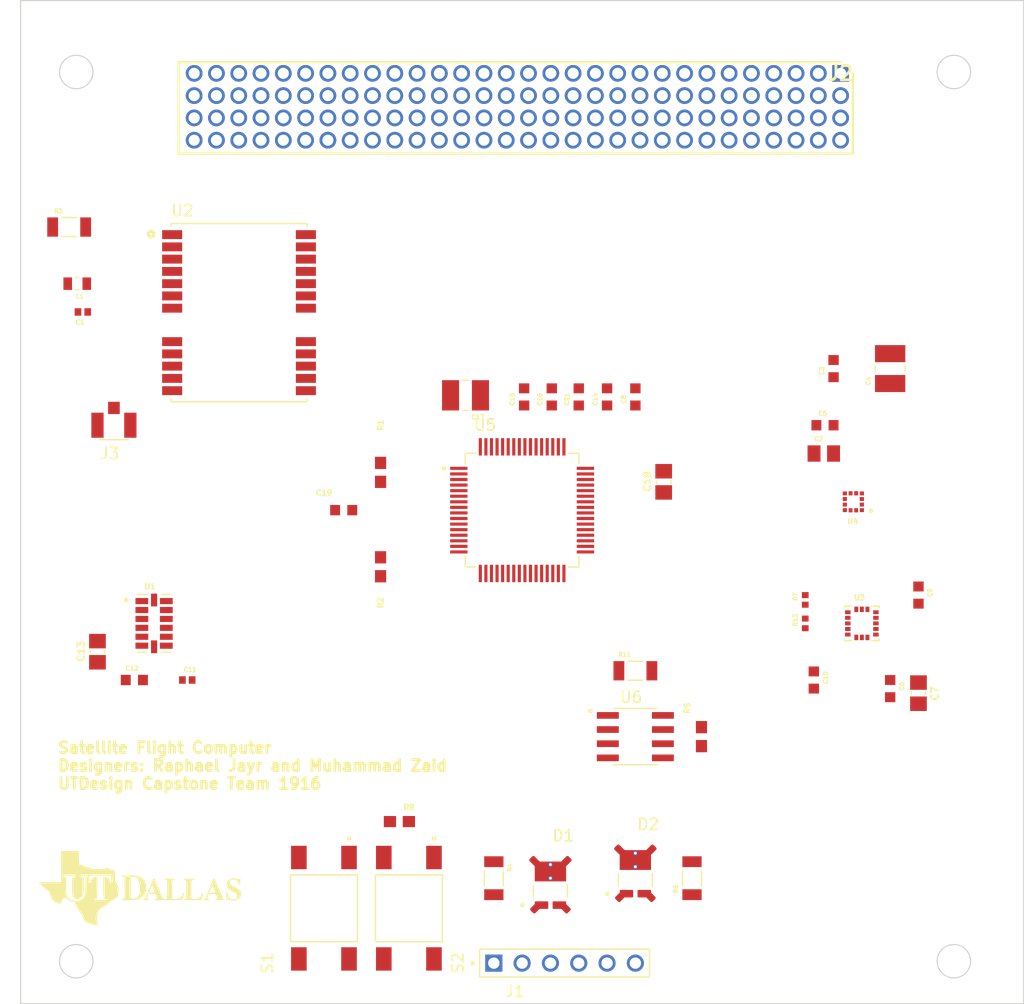
<source format=kicad_pcb>
(kicad_pcb (version 20221018) (generator pcbnew)
  (layers (0 "F.Cu" signal) (31 "B.Cu" signal) (34 "B.Paste" user) (35 "F.Paste" user) (36 "B.SilkS" user "B.Silkscreen") (37 "F.SilkS" user "F.Silkscreen") (38 "B.Mask" user) (39 "F.Mask" user) (44 "Edge.Cuts" user))
  (net 0 "")
  (net 1 "3.3 V")
  (net 2 "5 V")
  (net 8 "Phase Shifter 1")
  (net 12 "Phase Shifter 2")
  (net 16 "Phase Shifter 3")
  (net 20 "Phase Shifter 4")
  (net 24 "MODEM RESET")
  (net 87 "TRX")
  (net 95 "CC1120 (MOSI)")
  (net 99 "CC1120 (MISO)")
  (net 103 "CC1120 (SCK)")
  (net 107 "CC1120 (NSS{slash}CS)")
  (net 113 "INA226 SCL")
  (net 114 "INA226 SDA")
  (net 115 "MPPT PWM")
  (net 116 "Net-(C1-Pad1)")
  (net 117 "Net-(U4-C1)")
  (net 118 "GND")
  (net 119 "Net-(U3-REGOUT)")
  (net 120 "Net-(U1-VS)")
  (net 121 "Net-(U5-VCAP_1)")
  (net 122 "NRST")
  (net 123 "BOOT0")
  (net 124 "Net-(D1-K)")
  (net 125 "TIME CAP")
  (net 126 "Net-(D2-K)")
  (net 127 "SWO")
  (net 128 "SWCLK")
  (net 129 "SWDIO")
  (net 130 "Net-(J3-SIG)")
  (net 131 "Net-(R2-Pad2)")
  (net 132 "Net-(U2-VCC_RF)")
  (net 133 "Net-(U6-A0)")
  (net 134 "Net-(R8-Pad2)")
  (net 135 "I2C 3 SDA")
  (net 136 "I2C 3 SCL")
  (net 139 "ADXL345 CS")
  (net 144 "ADXL345 MISO")
  (net 145 "ADXL345 MOSI")
  (net 146 "ADXL345 SCK")
  (net 157 "NEO-M8N-0 TXD")
  (net 158 "NEO-M8N-0 RXD")
  (net 162 "LIS3MDL SCK")
  (net 166 "LIS3MDL MISO")
  (net 167 "LIS3MDL CS")
  (net 168 "LIS3MDL MOSI")
  (net 189 "MPPT OUTPUT (PWM)")
  (net 192 "Net-(R11-Pad1)")
  (footprint "CUBESAT:Capacitor2-2uf" (layer "F.Cu") (at 193.04 110.3984 -90)
    (fp_text reference "C7" (at 0.03 -1.47 90) (layer "F.SilkS") (effects (font (size 0.629921 0.629921))))
    (fp_text value "2.2uF")
    (pad "1" smd rect (at -0.95 0 270) (size 1.3 1.5) (layers "F.Cu" "F.Paste" "F.Mask") (net 1 "3.3 V"))
    (pad "2" smd rect (at 0.95 0 270) (size 1.3 1.5) (layers "F.Cu" "F.Paste" "F.Mask") (net 118 "GND"))
  )
  (footprint "CUBESAT:Capacitor100nf" (layer "F.Cu") (at 162.56 83.82 90)
    (fp_text reference "C21" (at -0.21 -1.05 90) (layer "F.SilkS") (effects (font (size 0.393701 0.393701))))
    (fp_text value "100nF")
    (pad "1" smd rect (at -0.77 0 90) (size 0.89 0.93) (layers "F.Cu" "F.Paste" "F.Mask") (net 118 "GND"))
    (pad "2" smd rect (at 0.77 0 90) (size 0.89 0.93) (layers "F.Cu" "F.Paste" "F.Mask") (net 123 "BOOT0"))
  )
  (footprint "LOGO" (layer "F.Cu") (at 123.472026 127.770115)
    (fp_text reference "G***" hide)
    (fp_text value "LOGO" hide)
  )
  (footprint "CUBESAT:Capacitor220nf" (layer "F.Cu") (at 184.545 88.9)
    (fp_text reference "C2" (at -0.46 -1.32) (layer "F.SilkS") (effects (font (size 0.393701 0.393701))))
    (fp_text value "220 nF")
    (pad "1" smd rect (at -0.875 0) (size 1.16 1.47) (layers "F.Cu" "F.Paste" "F.Mask") (net 118 "GND"))
    (pad "2" smd rect (at 0.875 0) (size 1.16 1.47) (layers "F.Cu" "F.Paste" "F.Mask") (net 117 "Net-(U4-C1)"))
  )
  (footprint "CUBESAT:Capacitor100nf" (layer "F.Cu") (at 160.14 83.82 90)
    (fp_text reference "C16" (at -0.21 -1.05 90) (layer "F.SilkS") (effects (font (size 0.393701 0.393701))))
    (fp_text value "100nF")
    (pad "1" smd rect (at -0.77 0 90) (size 0.89 0.93) (layers "F.Cu" "F.Paste" "F.Mask") (net 1 "3.3 V"))
    (pad "2" smd rect (at 0.77 0 90) (size 0.89 0.93) (layers "F.Cu" "F.Paste" "F.Mask") (net 118 "GND"))
  )
  (footprint "CUBESAT:Capacitor10uf" (layer "F.Cu") (at 152.4 83.677 180)
    (fp_text reference "C17" (at -1.11 -1.95) (layer "F.SilkS") (effects (font (size 0.393701 0.393701))))
    (fp_text value "10uF")
    (pad "1" smd rect (at -1.341 0 180) (size 1.53 2.72) (layers "F.Cu" "F.Paste" "F.Mask") (net 1 "3.3 V"))
    (pad "2" smd rect (at 1.341 0 180) (size 1.53 2.72) (layers "F.Cu" "F.Paste" "F.Mask") (net 118 "GND"))
  )
  (footprint "CUBESAT:Capacitor2-2uf" (layer "F.Cu") (at 119.38 106.68 90)
    (fp_text reference "C13" (at 0.03 -1.47 90) (layer "F.SilkS") (effects (font (size 0.629921 0.629921))))
    (fp_text value "2.2uF")
    (pad "1" smd rect (at -0.95 0 90) (size 1.3 1.5) (layers "F.Cu" "F.Paste" "F.Mask") (net 1 "3.3 V"))
    (pad "2" smd rect (at 0.95 0 90) (size 1.3 1.5) (layers "F.Cu" "F.Paste" "F.Mask") (net 118 "GND"))
  )
  (footprint "CUBESAT:Resistor10kO" (layer "F.Cu") (at 144.78 99.06 -90)
    (fp_text reference "R2" (at 3.23 0 90) (layer "F.SilkS") (effects (font (size 0.5 0.5) (thickness 0.125))))
    (fp_text value "10k")
    (pad "1" smd rect (at -0.85 0 270) (size 1.1 1) (layers "F.Cu" "F.Paste" "F.Mask") (net 123 "BOOT0"))
    (pad "2" smd rect (at 0.85 0 270) (size 1.1 1) (layers "F.Cu" "F.Paste" "F.Mask") (net 131 "Net-(R2-Pad2)"))
  )
  (footprint "CUBESAT:Button" (layer "F.Cu") (at 139.7 129.695 -90)
    (fp_text reference "S1" (at 4.925 5.08 90) (layer "F.SilkS"))
    (fp_text value "Button")
    (pad "1" smd rect (at -4.55 -2.25 270) (size 2.1 1.4) (layers "F.Cu" "F.Paste" "F.Mask") (net 192 "Net-(R11-Pad1)"))
    (pad "2" smd rect (at -4.55 2.25 270) (size 2.1 1.4) (layers "F.Cu" "F.Paste" "F.Mask") (net 118 "GND"))
    (pad "3" smd rect (at 4.55 -2.25 270) (size 2.1 1.4) (layers "F.Cu" "F.Paste" "F.Mask"))
    (pad "4" smd rect (at 4.55 2.25 270) (size 2.1 1.4) (layers "F.Cu" "F.Paste" "F.Mask") (net 118 "GND"))
  )
  (footprint "CUBESAT:Gyroscope" (layer "F.Cu") (at 187.96 104.14)
    (fp_text reference "U3" (at -0.226425 -2.309099) (layer "F.SilkS") (effects (font (size 0.480896 0.480896))))
    (fp_text value "IAM-20380")
    (pad "1" smd roundrect (at -1.26 -1) (size 0.49 0.35) (layers "F.Cu" "F.Paste" "F.Mask") (roundrect_rratio 0.04) (net 1 "3.3 V"))
    (pad "2" smd roundrect (at -1.26 -0.5) (size 0.49 0.35) (layers "F.Cu" "F.Paste" "F.Mask") (roundrect_rratio 0.04) (net 136 "I2C 3 SCL"))
    (pad "3" smd roundrect (at -1.26 0) (size 0.49 0.35) (layers "F.Cu" "F.Paste" "F.Mask") (roundrect_rratio 0.04) (net 135 "I2C 3 SDA"))
    (pad "4" smd roundrect (at -1.26 0.5) (size 0.49 0.35) (layers "F.Cu" "F.Paste" "F.Mask") (roundrect_rratio 0.04))
    (pad "5" smd roundrect (at -1.26 1) (size 0.49 0.35) (layers "F.Cu" "F.Paste" "F.Mask") (roundrect_rratio 0.04) (net 1 "3.3 V"))
    (pad "6" smd roundrect (at -0.5 1.26 90) (size 0.49 0.35) (layers "F.Cu" "F.Paste" "F.Mask") (roundrect_rratio 0.04))
    (pad "7" smd roundrect (at 0 1.26 90) (size 0.49 0.35) (layers "F.Cu" "F.Paste" "F.Mask") (roundrect_rratio 0.04) (net 118 "GND"))
    (pad "8" smd roundrect (at 0.5 1.26 90) (size 0.49 0.35) (layers "F.Cu" "F.Paste" "F.Mask") (roundrect_rratio 0.04))
    (pad "9" smd roundrect (at 1.26 1 180) (size 0.49 0.35) (layers "F.Cu" "F.Paste" "F.Mask") (roundrect_rratio 0.04) (net 118 "GND"))
    (pad "10" smd roundrect (at 1.26 0.5 180) (size 0.49 0.35) (layers "F.Cu" "F.Paste" "F.Mask") (roundrect_rratio 0.04) (net 118 "GND"))
    (pad "11" smd roundrect (at 1.26 0 180) (size 0.49 0.35) (layers "F.Cu" "F.Paste" "F.Mask") (roundrect_rratio 0.04) (net 118 "GND"))
    (pad "12" smd roundrect (at 1.26 -0.5 180) (size 0.49 0.35) (layers "F.Cu" "F.Paste" "F.Mask") (roundrect_rratio 0.04) (net 118 "GND"))
    (pad "13" smd roundrect (at 1.26 -1 180) (size 0.49 0.35) (layers "F.Cu" "F.Paste" "F.Mask") (roundrect_rratio 0.04) (net 118 "GND"))
    (pad "14" smd roundrect (at 0.5 -1.26 270) (size 0.49 0.35) (layers "F.Cu" "F.Paste" "F.Mask") (roundrect_rratio 0.04) (net 119 "Net-(U3-REGOUT)"))
    (pad "15" smd roundrect (at 0 -1.26 270) (size 0.49 0.35) (layers "F.Cu" "F.Paste" "F.Mask") (roundrect_rratio 0.04) (net 118 "GND"))
    (pad "16" smd roundrect (at -0.5 -1.26 270) (size 0.49 0.35) (layers "F.Cu" "F.Paste" "F.Mask") (roundrect_rratio 0.04) (net 1 "3.3 V"))
  )
  (footprint "CUBESAT:Resistor10O" (layer "F.Cu") (at 116.84 68.58)
    (fp_text reference "R3" (at -0.96 -1.45) (layer "F.SilkS") (effects (font (size 0.393701 0.393701))))
    (fp_text value "10")
    (pad "1" smd rect (at -1.48 0) (size 0.97 1.73) (layers "F.Cu" "F.Paste" "F.Mask") (net 116 "Net-(C1-Pad1)"))
    (pad "2" smd rect (at 1.48 0) (size 0.97 1.73) (layers "F.Cu" "F.Paste" "F.Mask") (net 132 "Net-(U2-VCC_RF)"))
  )
  (footprint "CUBESAT:Capacitor10nf" (layer "F.Cu") (at 127.437 109.22)
    (fp_text reference "C11" (at 0.26 -0.93) (layer "F.SilkS") (effects (font (size 0.393701 0.393701))))
    (fp_text value "10nF")
    (pad "1" smd rect (at -0.437 0) (size 0.6 0.67) (layers "F.Cu" "F.Paste" "F.Mask") (net 120 "Net-(U1-VS)"))
    (pad "2" smd rect (at 0.437 0) (size 0.6 0.67) (layers "F.Cu" "F.Paste" "F.Mask") (net 1 "3.3 V"))
  )
  (footprint "CUBESAT:Capacitor100nf" (layer "F.Cu") (at 190.5 109.99 -90)
    (fp_text reference "C6" (at -0.21 -1.05 90) (layer "F.SilkS") (effects (font (size 0.393701 0.393701))))
    (fp_text value "100nF")
    (pad "1" smd rect (at -0.77 0 270) (size 0.89 0.93) (layers "F.Cu" "F.Paste" "F.Mask") (net 1 "3.3 V"))
    (pad "2" smd rect (at 0.77 0 270) (size 0.89 0.93) (layers "F.Cu" "F.Paste" "F.Mask") (net 118 "GND"))
  )
  (footprint "CUBESAT:Capacitor100nf" (layer "F.Cu") (at 122.69 109.22)
    (fp_text reference "C12" (at -0.21 -1.05) (layer "F.SilkS") (effects (font (size 0.393701 0.393701))))
    (fp_text value "100nF")
    (pad "1" smd rect (at -0.77 0) (size 0.89 0.93) (layers "F.Cu" "F.Paste" "F.Mask") (net 1 "3.3 V"))
    (pad "2" smd rect (at 0.77 0) (size 0.89 0.93) (layers "F.Cu" "F.Paste" "F.Mask") (net 118 "GND"))
  )
  (footprint "CUBESAT:Capacitor100nf" (layer "F.Cu") (at 185.42 81.28 90)
    (fp_text reference "C3" (at -0.21 -1.05 90) (layer "F.SilkS") (effects (font (size 0.393701 0.393701))))
    (fp_text value "100nF")
    (pad "1" smd rect (at -0.77 0 90) (size 0.89 0.93) (layers "F.Cu" "F.Paste" "F.Mask") (net 118 "GND"))
    (pad "2" smd rect (at 0.77 0 90) (size 0.89 0.93) (layers "F.Cu" "F.Paste" "F.Mask") (net 1 "3.3 V"))
  )
  (footprint "CUBESAT:GPS" (layer "F.Cu") (at 132.08 76.26)
    (fp_text reference "U2" (at -5.08 -9.162765) (layer "F.SilkS") (effects (font (size 1.001126 1.001126))))
    (fp_text value "NEO-M8N-0")
    (pad "1" smd rect (at -6 -7 180) (size 1.8 0.8) (layers "F.Cu" "F.Mask"))
    (pad "2" smd rect (at -6 -5.9 180) (size 1.8 0.8) (layers "F.Cu" "F.Mask"))
    (pad "3" smd rect (at -6 -4.8 180) (size 1.8 0.8) (layers "F.Cu" "F.Mask"))
    (pad "4" smd rect (at -6 -3.7 180) (size 1.8 0.8) (layers "F.Cu" "F.Mask"))
    (pad "5" smd rect (at -6 -2.6 180) (size 1.8 0.8) (layers "F.Cu" "F.Mask"))
    (pad "6" smd rect (at -6 -1.5 180) (size 1.8 0.8) (layers "F.Cu" "F.Mask"))
    (pad "7" smd rect (at -6 -0.4 180) (size 1.8 0.8) (layers "F.Cu" "F.Mask") (net 118 "GND"))
    (pad "8" smd rect (at -6 2.6 180) (size 1.8 0.8) (layers "F.Cu" "F.Mask"))
    (pad "9" smd rect (at -6 3.7 180) (size 1.8 0.8) (layers "F.Cu" "F.Mask") (net 132 "Net-(U2-VCC_RF)"))
    (pad "10" smd rect (at -6 4.8 180) (size 1.8 0.8) (layers "F.Cu" "F.Mask") (net 118 "GND"))
    (pad "11" smd rect (at -6 5.9 180) (size 1.8 0.8) (layers "F.Cu" "F.Mask") (net 130 "Net-(J3-SIG)"))
    (pad "12" smd rect (at -6 7 180) (size 1.8 0.8) (layers "F.Cu" "F.Mask") (net 118 "GND"))
    (pad "13" smd rect (at 6 7 180) (size 1.8 0.8) (layers "F.Cu" "F.Mask") (net 118 "GND"))
    (pad "14" smd rect (at 6 5.9 180) (size 1.8 0.8) (layers "F.Cu" "F.Mask"))
    (pad "15" smd rect (at 6 4.8 180) (size 1.8 0.8) (layers "F.Cu" "F.Mask"))
    (pad "16" smd rect (at 6 3.7 180) (size 1.8 0.8) (layers "F.Cu" "F.Mask"))
    (pad "17" smd rect (at 6 2.6 180) (size 1.8 0.8) (layers "F.Cu" "F.Mask"))
    (pad "18" smd rect (at 6 -0.4 180) (size 1.8 0.8) (layers "F.Cu" "F.Mask"))
    (pad "19" smd rect (at 6 -1.5 180) (size 1.8 0.8) (layers "F.Cu" "F.Mask"))
    (pad "20" smd rect (at 6 -2.6 180) (size 1.8 0.8) (layers "F.Cu" "F.Mask") (net 157 "NEO-M8N-0 TXD"))
    (pad "21" smd rect (at 6 -3.7 180) (size 1.8 0.8) (layers "F.Cu" "F.Mask") (net 158 "NEO-M8N-0 RXD"))
    (pad "22" smd rect (at 6 -4.8 180) (size 1.8 0.8) (layers "F.Cu" "F.Mask") (net 1 "3.3 V"))
    (pad "23" smd rect (at 6 -5.9 180) (size 1.8 0.8) (layers "F.Cu" "F.Mask") (net 1 "3.3 V"))
    (pad "24" smd rect (at 6 -7 180) (size 1.8 0.8) (layers "F.Cu" "F.Mask") (net 118 "GND"))
  )
  (footprint "CUBESAT:MAGNETOMETER" (layer "F.Cu") (at 187.1975 93.23 180)
    (fp_text reference "U4" (at 0.04657 -1.73221) (layer "F.SilkS") (effects (font (size 0.48 0.48))))
    (fp_text value "MAGNETOMETER")
    (pad "1" smd rect (at -0.7625 -0.75 180) (size 0.375 0.35) (layers "F.Cu" "F.Paste") (net 162 "LIS3MDL SCK"))
    (pad "2" smd rect (at -0.7625 -0.25 180) (size 0.375 0.35) (layers "F.Cu" "F.Paste"))
    (pad "3" smd rect (at -0.7625 0.25 180) (size 0.375 0.35) (layers "F.Cu" "F.Paste") (net 118 "GND"))
    (pad "4" smd rect (at -0.7625 0.75 180) (size 0.375 0.35) (layers "F.Cu" "F.Paste") (net 117 "Net-(U4-C1)"))
    (pad "5" smd rect (at -0.25 0.7625 270) (size 0.375 0.35) (layers "F.Cu" "F.Paste") (net 1 "3.3 V"))
    (pad "6" smd rect (at 0.25 0.7625 270) (size 0.375 0.35) (layers "F.Cu" "F.Paste") (net 1 "3.3 V"))
    (pad "7" smd rect (at 0.7625 0.75) (size 0.375 0.35) (layers "F.Cu" "F.Paste"))
    (pad "8" smd rect (at 0.7625 0.25) (size 0.375 0.35) (layers "F.Cu" "F.Paste"))
    (pad "9" smd rect (at 0.7625 -0.25) (size 0.375 0.35) (layers "F.Cu" "F.Paste") (net 166 "LIS3MDL MISO"))
    (pad "10" smd rect (at 0.7625 -0.75) (size 0.375 0.35) (layers "F.Cu" "F.Paste") (net 167 "LIS3MDL CS"))
    (pad "11" smd rect (at 0.25 -0.7625 90) (size 0.375 0.35) (layers "F.Cu" "F.Paste") (net 168 "LIS3MDL MOSI"))
    (pad "12" smd rect (at -0.25 -0.7625 90) (size 0.375 0.35) (layers "F.Cu" "F.Paste"))
  )
  (footprint "CUBESAT:6 Pin Connector" (layer "F.Cu") (at 161.29 134.62)
    (fp_text reference "J1" (at -4.445 2.54) (layer "F.SilkS"))
    (fp_text value "Conn_01x06_Pin")
    (pad "1" thru_hole rect (at -6.35 0) (size 1.53 1.53) (drill 1.02) (layers "*.Cu" "*.Mask") (net 127 "SWO"))
    (pad "2" thru_hole circle (at -3.81 0) (size 1.53 1.53) (drill 1.02) (layers "*.Cu" "*.Mask") (net 128 "SWCLK"))
    (pad "3" thru_hole circle (at -1.27 0) (size 1.53 1.53) (drill 1.02) (layers "*.Cu" "*.Mask") (net 129 "SWDIO"))
    (pad "4" thru_hole circle (at 1.27 0) (size 1.53 1.53) (drill 1.02) (layers "*.Cu" "*.Mask") (net 122 "NRST"))
    (pad "5" thru_hole circle (at 3.81 0) (size 1.53 1.53) (drill 1.02) (layers "*.Cu" "*.Mask") (net 1 "3.3 V"))
    (pad "6" thru_hole circle (at 6.35 0) (size 1.53 1.53) (drill 1.02) (layers "*.Cu" "*.Mask") (net 118 "GND"))
  )
  (footprint "CUBESAT:STM32" (layer "F.Cu") (at 157.48 93.98)
    (fp_text reference "U5" (at -3.32879 -7.64368) (layer "F.SilkS") (effects (font (size 1.001134 1.001134))))
    (fp_text value "STM32F446RET6")
    (pad "1" smd roundrect (at -5.68 -3.75 180) (size 1.56 0.28) (layers "F.Cu" "F.Paste" "F.Mask") (roundrect_rratio 0.07) (net 1 "3.3 V"))
    (pad "2" smd roundrect (at -5.68 -3.25 180) (size 1.56 0.28) (layers "F.Cu" "F.Paste" "F.Mask") (roundrect_rratio 0.07))
    (pad "3" smd roundrect (at -5.68 -2.75 180) (size 1.56 0.28) (layers "F.Cu" "F.Paste" "F.Mask") (roundrect_rratio 0.07))
    (pad "4" smd roundrect (at -5.68 -2.25 180) (size 1.56 0.28) (layers "F.Cu" "F.Paste" "F.Mask") (roundrect_rratio 0.07))
    (pad "5" smd roundrect (at -5.68 -1.75 180) (size 1.56 0.28) (layers "F.Cu" "F.Paste" "F.Mask") (roundrect_rratio 0.07))
    (pad "6" smd roundrect (at -5.68 -1.25 180) (size 1.56 0.28) (layers "F.Cu" "F.Paste" "F.Mask") (roundrect_rratio 0.07))
    (pad "7" smd roundrect (at -5.68 -0.75 180) (size 1.56 0.28) (layers "F.Cu" "F.Paste" "F.Mask") (roundrect_rratio 0.07) (net 122 "NRST"))
    (pad "8" smd roundrect (at -5.68 -0.25 180) (size 1.56 0.28) (layers "F.Cu" "F.Paste" "F.Mask") (roundrect_rratio 0.07))
    (pad "9" smd roundrect (at -5.68 0.25 180) (size 1.56 0.28) (layers "F.Cu" "F.Paste" "F.Mask") (roundrect_rratio 0.07))
    (pad "10" smd roundrect (at -5.68 0.75 180) (size 1.56 0.28) (layers "F.Cu" "F.Paste" "F.Mask") (roundrect_rratio 0.07))
    (pad "11" smd roundrect (at -5.68 1.25 180) (size 1.56 0.28) (layers "F.Cu" "F.Paste" "F.Mask") (roundrect_rratio 0.07))
    (pad "12" smd roundrect (at -5.68 1.75 180) (size 1.56 0.28) (layers "F.Cu" "F.Paste" "F.Mask") (roundrect_rratio 0.07) (net 118 "GND"))
    (pad "13" smd roundrect (at -5.68 2.25 180) (size 1.56 0.28) (layers "F.Cu" "F.Paste" "F.Mask") (roundrect_rratio 0.07) (net 1 "3.3 V"))
    (pad "14" smd roundrect (at -5.68 2.75 180) (size 1.56 0.28) (layers "F.Cu" "F.Paste" "F.Mask") (roundrect_rratio 0.07) (net 24 "MODEM RESET"))
    (pad "15" smd roundrect (at -5.68 3.25 180) (size 1.56 0.28) (layers "F.Cu" "F.Paste" "F.Mask") (roundrect_rratio 0.07) (net 20 "Phase Shifter 4"))
    (pad "16" smd roundrect (at -5.68 3.75 180) (size 1.56 0.28) (layers "F.Cu" "F.Paste" "F.Mask") (roundrect_rratio 0.07) (net 16 "Phase Shifter 3"))
    (pad "17" smd roundrect (at -3.75 5.68 270) (size 1.56 0.28) (layers "F.Cu" "F.Paste" "F.Mask") (roundrect_rratio 0.07) (net 12 "Phase Shifter 2"))
    (pad "18" smd roundrect (at -3.25 5.68 270) (size 1.56 0.28) (layers "F.Cu" "F.Paste" "F.Mask") (roundrect_rratio 0.07) (net 118 "GND"))
    (pad "19" smd roundrect (at -2.75 5.68 270) (size 1.56 0.28) (layers "F.Cu" "F.Paste" "F.Mask") (roundrect_rratio 0.07) (net 1 "3.3 V"))
    (pad "20" smd roundrect (at -2.25 5.68 270) (size 1.56 0.28) (layers "F.Cu" "F.Paste" "F.Mask") (roundrect_rratio 0.07) (net 107 "CC1120 (NSS{slash}CS)"))
    (pad "21" smd roundrect (at -1.75 5.68 270) (size 1.56 0.28) (layers "F.Cu" "F.Paste" "F.Mask") (roundrect_rratio 0.07) (net 103 "CC1120 (SCK)"))
    (pad "22" smd roundrect (at -1.25 5.68 270) (size 1.56 0.28) (layers "F.Cu" "F.Paste" "F.Mask") (roundrect_rratio 0.07) (net 99 "CC1120 (MISO)"))
    (pad "23" smd roundrect (at -0.75 5.68 270) (size 1.56 0.28) (layers "F.Cu" "F.Paste" "F.Mask") (roundrect_rratio 0.07) (net 95 "CC1120 (MOSI)"))
    (pad "24" smd roundrect (at -0.25 5.68 270) (size 1.56 0.28) (layers "F.Cu" "F.Paste" "F.Mask") (roundrect_rratio 0.07))
    (pad "25" smd roundrect (at 0.25 5.68 270) (size 1.56 0.28) (layers "F.Cu" "F.Paste" "F.Mask") (roundrect_rratio 0.07))
    (pad "26" smd roundrect (at 0.75 5.68 270) (size 1.56 0.28) (layers "F.Cu" "F.Paste" "F.Mask") (roundrect_rratio 0.07) (net 125 "TIME CAP"))
    (pad "27" smd roundrect (at 1.25 5.68 270) (size 1.56 0.28) (layers "F.Cu" "F.Paste" "F.Mask") (roundrect_rratio 0.07))
    (pad "28" smd roundrect (at 1.75 5.68 270) (size 1.56 0.28) (layers "F.Cu" "F.Paste" "F.Mask") (roundrect_rratio 0.07))
    (pad "29" smd roundrect (at 2.25 5.68 270) (size 1.56 0.28) (layers "F.Cu" "F.Paste" "F.Mask") (roundrect_rratio 0.07))
    (pad "30" smd roundrect (at 2.75 5.68 270) (size 1.56 0.28) (layers "F.Cu" "F.Paste" "F.Mask") (roundrect_rratio 0.07) (net 121 "Net-(U5-VCAP_1)"))
    (pad "31" smd roundrect (at 3.25 5.68 270) (size 1.56 0.28) (layers "F.Cu" "F.Paste" "F.Mask") (roundrect_rratio 0.07) (net 118 "GND"))
    (pad "32" smd roundrect (at 3.75 5.68 270) (size 1.56 0.28) (layers "F.Cu" "F.Paste" "F.Mask") (roundrect_rratio 0.07) (net 1 "3.3 V"))
    (pad "33" smd roundrect (at 5.68 3.75) (size 1.56 0.28) (layers "F.Cu" "F.Paste" "F.Mask") (roundrect_rratio 0.07) (net 167 "LIS3MDL CS"))
    (pad "34" smd roundrect (at 5.68 3.25) (size 1.56 0.28) (layers "F.Cu" "F.Paste" "F.Mask") (roundrect_rratio 0.07) (net 162 "LIS3MDL SCK"))
    (pad "35" smd roundrect (at 5.68 2.75) (size 1.56 0.28) (layers "F.Cu" "F.Paste" "F.Mask") (roundrect_rratio 0.07) (net 166 "LIS3MDL MISO"))
    (pad "36" smd roundrect (at 5.68 2.25) (size 1.56 0.28) (layers "F.Cu" "F.Paste" "F.Mask") (roundrect_rratio 0.07) (net 168 "LIS3MDL MOSI"))
    (pad "37" smd roundrect (at 5.68 1.75) (size 1.56 0.28) (layers "F.Cu" "F.Paste" "F.Mask") (roundrect_rratio 0.07) (net 125 "TIME CAP"))
    (pad "38" smd roundrect (at 5.68 1.25) (size 1.56 0.28) (layers "F.Cu" "F.Paste" "F.Mask") (roundrect_rratio 0.07) (net 115 "MPPT PWM"))
    (pad "39" smd roundrect (at 5.68 0.75) (size 1.56 0.28) (layers "F.Cu" "F.Paste" "F.Mask") (roundrect_rratio 0.07))
    (pad "40" smd roundrect (at 5.68 0.25) (size 1.56 0.28) (layers "F.Cu" "F.Paste" "F.Mask") (roundrect_rratio 0.07) (net 135 "I2C 3 SDA"))
    (pad "41" smd roundrect (at 5.68 -0.25) (size 1.56 0.28) (layers "F.Cu" "F.Paste" "F.Mask") (roundrect_rratio 0.07) (net 136 "I2C 3 SCL"))
    (pad "42" smd roundrect (at 5.68 -0.75) (size 1.56 0.28) (layers "F.Cu" "F.Paste" "F.Mask") (roundrect_rratio 0.07) (net 157 "NEO-M8N-0 TXD"))
    (pad "43" smd roundrect (at 5.68 -1.25) (size 1.56 0.28) (layers "F.Cu" "F.Paste" "F.Mask") (roundrect_rratio 0.07) (net 158 "NEO-M8N-0 RXD"))
    (pad "44" smd roundrect (at 5.68 -1.75) (size 1.56 0.28) (layers "F.Cu" "F.Paste" "F.Mask") (roundrect_rratio 0.07) (net 8 "Phase Shifter 1"))
    (pad "45" smd roundrect (at 5.68 -2.25) (size 1.56 0.28) (layers "F.Cu" "F.Paste" "F.Mask") (roundrect_rratio 0.07) (net 87 "TRX"))
    (pad "46" smd roundrect (at 5.68 -2.75) (size 1.56 0.28) (layers "F.Cu" "F.Paste" "F.Mask") (roundrect_rratio 0.07) (net 129 "SWDIO"))
    (pad "47" smd roundrect (at 5.68 -3.25) (size 1.56 0.28) (layers "F.Cu" "F.Paste" "F.Mask") (roundrect_rratio 0.07) (net 118 "GND"))
    (pad "48" smd roundrect (at 5.68 -3.75) (size 1.56 0.28) (layers "F.Cu" "F.Paste" "F.Mask") (roundrect_rratio 0.07) (net 1 "3.3 V"))
    (pad "49" smd roundrect (at 3.75 -5.68 90) (size 1.56 0.28) (layers "F.Cu" "F.Paste" "F.Mask") (roundrect_rratio 0.07))
    (pad "50" smd roundrect (at 3.25 -5.68 90) (size 1.56 0.28) (layers "F.Cu" "F.Paste" "F.Mask") (roundrect_rratio 0.07) (net 139 "ADXL345 CS"))
    (pad "51" smd roundrect (at 2.75 -5.68 90) (size 1.56 0.28) (layers "F.Cu" "F.Paste" "F.Mask") (roundrect_rratio 0.07) (net 146 "ADXL345 SCK"))
    (pad "52" smd roundrect (at 2.25 -5.68 90) (size 1.56 0.28) (layers "F.Cu" "F.Paste" "F.Mask") (roundrect_rratio 0.07) (net 144 "ADXL345 MISO"))
    (pad "53" smd roundrect (at 1.75 -5.68 90) (size 1.56 0.28) (layers "F.Cu" "F.Paste" "F.Mask") (roundrect_rratio 0.07) (net 145 "ADXL345 MOSI"))
    (pad "54" smd roundrect (at 1.25 -5.68 90) (size 1.56 0.28) (layers "F.Cu" "F.Paste" "F.Mask") (roundrect_rratio 0.07))
    (pad "55" smd roundrect (at 0.75 -5.68 90) (size 1.56 0.28) (layers "F.Cu" "F.Paste" "F.Mask") (roundrect_rratio 0.07) (net 127 "SWO"))
    (pad "56" smd roundrect (at 0.25 -5.68 90) (size 1.56 0.28) (layers "F.Cu" "F.Paste" "F.Mask") (roundrect_rratio 0.07))
    (pad "57" smd roundrect (at -0.25 -5.68 90) (size 1.56 0.28) (layers "F.Cu" "F.Paste" "F.Mask") (roundrect_rratio 0.07))
    (pad "58" smd roundrect (at -0.75 -5.68 90) (size 1.56 0.28) (layers "F.Cu" "F.Paste" "F.Mask") (roundrect_rratio 0.07) (net 113 "INA226 SCL"))
    (pad "59" smd roundrect (at -1.25 -5.68 90) (size 1.56 0.28) (layers "F.Cu" "F.Paste" "F.Mask") (roundrect_rratio 0.07) (net 114 "INA226 SDA"))
    (pad "60" smd roundrect (at -1.75 -5.68 90) (size 1.56 0.28) (layers "F.Cu" "F.Paste" "F.Mask") (roundrect_rratio 0.07) (net 123 "BOOT0"))
    (pad "61" smd roundrect (at -2.25 -5.68 90) (size 1.56 0.28) (layers "F.Cu" "F.Paste" "F.Mask") (roundrect_rratio 0.07) (net 189 "MPPT OUTPUT (PWM)"))
    (pad "62" smd roundrect (at -2.75 -5.68 90) (size 1.56 0.28) (layers "F.Cu" "F.Paste" "F.Mask") (roundrect_rratio 0.07))
    (pad "63" smd roundrect (at -3.25 -5.68 90) (size 1.56 0.28) (layers "F.Cu" "F.Paste" "F.Mask") (roundrect_rratio 0.07) (net 118 "GND"))
    (pad "64" smd roundrect (at -3.75 -5.68 90) (size 1.56 0.28) (layers "F.Cu" "F.Paste" "F.Mask") (roundrect_rratio 0.07) (net 1 "3.3 V"))
  )
  (footprint "CUBESAT:Capacitor100nf" (layer "F.Cu") (at 157.66 83.82 90)
    (fp_text reference "C15" (at -0.21 -1.05 90) (layer "F.SilkS") (effects (font (size 0.393701 0.393701))))
    (fp_text value "100nF")
    (pad "1" smd rect (at -0.77 0 90) (size 0.89 0.93) (layers "F.Cu" "F.Paste" "F.Mask") (net 1 "3.3 V"))
    (pad "2" smd rect (at 0.77 0 90) (size 0.89 0.93) (layers "F.Cu" "F.Paste" "F.Mask") (net 118 "GND"))
  )
  (footprint "CUBESAT:Resistor4.7kO" (layer "F.Cu") (at 182.88 104.14 90)
    (fp_text reference "R13" (at 0.3 -0.88 90) (layer "F.SilkS") (effects (font (size 0.393701 0.393701))))
    (fp_text value "4.7k")
    (pad "1" smd rect (at -0.432 0 90) (size 0.54 0.6) (layers "F.Cu" "F.Paste" "F.Mask") (net 1 "3.3 V"))
    (pad "2" smd rect (at 0.432 0 90) (size 0.54 0.6) (layers "F.Cu" "F.Paste" "F.Mask") (net 135 "I2C 3 SDA"))
  )
  (footprint "CUBESAT:Resistor300O" (layer "F.Cu") (at 172.72 127 90)
    (fp_text reference "R6" (at -0.96 -1.45 90) (layer "F.SilkS") (effects (font (size 0.393701 0.393701))))
    (fp_text value "300")
    (pad "1" smd rect (at -1.48 0 90) (size 0.97 1.73) (layers "F.Cu" "F.Paste" "F.Mask") (net 126 "Net-(D2-K)"))
    (pad "2" smd rect (at 1.48 0 90) (size 0.97 1.73) (layers "F.Cu" "F.Paste" "F.Mask") (net 118 "GND"))
  )
  (footprint "CUBESAT:Resistor300O" (layer "F.Cu") (at 154.94 127 -90)
    (fp_text reference "R4" (at -0.96 -1.45 90) (layer "F.SilkS") (effects (font (size 0.393701 0.393701))))
    (fp_text value "300")
    (pad "1" smd rect (at -1.48 0 270) (size 0.97 1.73) (layers "F.Cu" "F.Paste" "F.Mask") (net 124 "Net-(D1-K)"))
    (pad "2" smd rect (at 1.48 0 270) (size 0.97 1.73) (layers "F.Cu" "F.Paste" "F.Mask") (net 118 "GND"))
  )
  (footprint "CUBESAT:Reistor100O" (layer "F.Cu") (at 167.64 108.388)
    (fp_text reference "R11" (at -0.96 -1.45) (layer "F.SilkS") (effects (font (size 0.393701 0.393701))))
    (fp_text value "100")
    (pad "1" smd rect (at -1.48 0) (size 0.97 1.73) (layers "F.Cu" "F.Paste" "F.Mask") (net 192 "Net-(R11-Pad1)"))
    (pad "2" smd rect (at 1.48 0) (size 0.97 1.73) (layers "F.Cu" "F.Paste" "F.Mask") (net 122 "NRST"))
  )
  (footprint "CUBESAT:Button" (layer "F.Cu") (at 147.32 129.695 -90)
    (fp_text reference "S2" (at 4.925 -4.385 90) (layer "F.SilkS"))
    (fp_text value "Button")
    (pad "1" smd rect (at -4.55 -2.25 270) (size 2.1 1.4) (layers "F.Cu" "F.Paste" "F.Mask") (net 131 "Net-(R2-Pad2)"))
    (pad "2" smd rect (at -4.55 2.25 270) (size 2.1 1.4) (layers "F.Cu" "F.Paste" "F.Mask") (net 134 "Net-(R8-Pad2)"))
    (pad "3" smd rect (at 4.55 -2.25 270) (size 2.1 1.4) (layers "F.Cu" "F.Paste" "F.Mask") (net 1 "3.3 V"))
    (pad "4" smd rect (at 4.55 2.25 270) (size 2.1 1.4) (layers "F.Cu" "F.Paste" "F.Mask"))
  )
  (footprint "CUBESAT:Capacitor100nf" (layer "F.Cu") (at 141.47 93.98 180)
    (fp_text reference "C19" (at 1.77 1.54) (layer "F.SilkS") (effects (font (size 0.5 0.5) (thickness 0.125))))
    (fp_text value "100nF")
    (pad "1" smd rect (at -0.77 0 180) (size 0.89 0.93) (layers "F.Cu" "F.Paste" "F.Mask") (net 122 "NRST"))
    (pad "2" smd rect (at 0.77 0 180) (size 0.89 0.93) (layers "F.Cu" "F.Paste" "F.Mask") (net 118 "GND"))
  )
  (footprint "CUBESAT:Resistor4.7kO" (layer "F.Cu") (at 182.88 102.032 90)
    (fp_text reference "R7" (at 0.3 -0.88 90) (layer "F.SilkS") (effects (font (size 0.393701 0.393701))))
    (fp_text value "4.7k")
    (pad "1" smd rect (at -0.432 0 90) (size 0.54 0.6) (layers "F.Cu" "F.Paste" "F.Mask") (net 1 "3.3 V"))
    (pad "2" smd rect (at 0.432 0 90) (size 0.54 0.6) (layers "F.Cu" "F.Paste" "F.Mask") (net 136 "I2C 3 SCL"))
  )
  (footprint "CUBESAT:Capacitor100nf" (layer "F.Cu") (at 184.65 86.36)
    (fp_text reference "C5" (at -0.21 -1.05) (layer "F.SilkS") (effects (font (size 0.393701 0.393701))))
    (fp_text value "100nF")
    (pad "1" smd rect (at -0.77 0) (size 0.89 0.93) (layers "F.Cu" "F.Paste" "F.Mask") (net 118 "GND"))
    (pad "2" smd rect (at 0.77 0) (size 0.89 0.93) (layers "F.Cu" "F.Paste" "F.Mask") (net 1 "3.3 V"))
  )
  (footprint "CUBESAT:Green LED" (layer "F.Cu") (at 167.64 125.88)
    (fp_text reference "D2" (at 1.155 -3.715) (layer "F.SilkS"))
    (fp_text value "Green LED")
    (pad "1" smd custom (at -0.8 2.51) (size 0.5 0.5) (layers "F.Cu") (net 126 "Net-(D2-K)") (options (clearance outline) (anchor rect)) (primitives (gr_poly (pts (xy -0.75253 0.70247) (xy -0.972 0.483) (xy -0.978 0.477) (xy -0.983 0.471) (xy -0.987 0.465) (xy -0.992 0.459) (xy -0.996 0.452) (xy -0.999 0.446) (xy -1.002 0.439) (xy -1.005 0.432) (xy -1.008 0.425) (xy -1.01 0.418) (xy -1.012 0.41) (xy -1.013 0.403) (xy -1.014 0.395) (xy -1.015 0.388) (xy -1.015 0.38) (xy -1.015 0.372) (xy -1.014 0.365) (xy -1.013 0.357) (xy -1.012 0.35) (xy -1.01 0.342) (xy -1.008 0.335) (xy -1.005 0.328) (xy -1.002 0.321) (xy -0.999 0.314) (xy -0.996 0.308) (xy -0.992 0.301) (xy -0.987 0.295) (xy -0.983 0.289) (xy -0.978 0.283) (xy -0.972 0.277) (xy -0.6 -0.095) (xy -0.6 -0.255) (xy -0.6 -0.259) (xy -0.6 -0.263) (xy -0.599 -0.268) (xy -0.598 -0.272) (xy -0.597 -0.276) (xy -0.596 -0.28) (xy -0.595 -0.284) (xy -0.593 -0.288) (xy -0.591 -0.291) (xy -0.589 -0.295) (xy -0.587 -0.299) (xy -0.585 -0.302) (xy -0.582 -0.305) (xy -0.579 -0.309) (xy -0.577 -0.312) (xy -0.574 -0.314) (xy -0.57 -0.317) (xy -0.567 -0.32) (xy -0.564 -0.322) (xy -0.56 -0.324) (xy -0.556 -0.326) (xy -0.553 -0.328) (xy -0.549 -0.33) (xy -0.545 -0.331) (xy -0.541 -0.332) (xy -0.537 -0.333) (xy -0.533 -0.334) (xy -0.528 -0.335) (xy -0.524 -0.335) (xy -0.52 -0.335) (xy 0.52 -0.335) (xy 0.524 -0.335) (xy 0.528 -0.335) (xy 0.533 -0.334) (xy 0.537 -0.333) (xy 0.541 -0.332) (xy 0.545 -0.331) (xy 0.549 -0.33) (xy 0.553 -0.328) (xy 0.556 -0.326) (xy 0.56 -0.324) (xy 0.564 -0.322) (xy 0.567 -0.32) (xy 0.57 -0.317) (xy 0.574 -0.314) (xy 0.577 -0.312) (xy 0.579 -0.309) (xy 0.582 -0.305) (xy 0.585 -0.302) (xy 0.587 -0.299) (xy 0.589 -0.295) (xy 0.591 -0.291) (xy 0.593 -0.288) (xy 0.595 -0.284) (xy 0.596 -0.28) (xy 0.597 -0.276) (xy 0.598 -0.272) (xy 0.599 -0.268) (xy 0.6 -0.263) (xy 0.6 -0.259) (xy 0.6 -0.255) (xy 0.6 0.255) (xy 0.6 0.259) (xy 0.6 0.263) (xy 0.599 0.268) (xy 0.598 0.272) (xy 0.597 0.276) (xy 0.596 0.28) (xy 0.595 0.284) (xy 0.593 0.288) (xy 0.591 0.291) (xy 0.589 0.295) (xy 0.587 0.299) (xy 0.585 0.302) (xy 0.582 0.305) (xy 0.579 0.309) (xy 0.577 0.312) (xy 0.574 0.314) (xy 0.57 0.317) (xy 0.567 0.32) (xy 0.564 0.322) (xy 0.56 0.324) (xy 0.556 0.326) (xy 0.553 0.328) (xy 0.549 0.33) (xy 0.545 0.331) (xy 0.541 0.332) (xy 0.537 0.333) (xy 0.533 0.334) (xy 0.528 0.335) (xy 0.524 0.335) (xy 0.52 0.335) (xy -0.18 0.335) (xy -0.547 0.702) (xy -0.553 0.708) (xy -0.559 0.713) (xy -0.565 0.717) (xy -0.571 0.722) (xy -0.578 0.726) (xy -0.584 0.729) (xy -0.591 0.732) (xy -0.598 0.735) (xy -0.605 0.738) (xy -0.612 0.74) (xy -0.62 0.742) (xy -0.627 0.743) (xy -0.635 0.744) (xy -0.642 0.745) (xy -0.65 0.745) (xy -0.658 0.745) (xy -0.665 0.744) (xy -0.673 0.743) (xy -0.68 0.742) (xy -0.688 0.74) (xy -0.695 0.738) (xy -0.702 0.735) (xy -0.709 0.732) (xy -0.716 0.729) (xy -0.722 0.726) (xy -0.729 0.722) (xy -0.735 0.717) (xy -0.741 0.713) (xy -0.747 0.708) (xy -0.753 0.702) (xy -0.75253 0.70247)) (width 0.01) (fill yes))))
    (pad "2" smd custom (at 0.8 2.51) (size 0.5 0.5) (layers "F.Cu") (net 1 "3.3 V") (options (clearance outline) (anchor rect)) (primitives (gr_poly (pts (xy 0.75253 0.70247) (xy 0.972 0.483) (xy 0.978 0.477) (xy 0.983 0.471) (xy 0.987 0.465) (xy 0.992 0.459) (xy 0.996 0.452) (xy 0.999 0.446) (xy 1.002 0.439) (xy 1.005 0.432) (xy 1.008 0.425) (xy 1.01 0.418) (xy 1.012 0.41) (xy 1.013 0.403) (xy 1.014 0.395) (xy 1.015 0.388) (xy 1.015 0.38) (xy 1.015 0.372) (xy 1.014 0.365) (xy 1.013 0.357) (xy 1.012 0.35) (xy 1.01 0.342) (xy 1.008 0.335) (xy 1.005 0.328) (xy 1.002 0.321) (xy 0.999 0.314) (xy 0.996 0.308) (xy 0.992 0.301) (xy 0.987 0.295) (xy 0.983 0.289) (xy 0.978 0.283) (xy 0.972 0.277) (xy 0.6 -0.095) (xy 0.6 -0.255) (xy 0.6 -0.259) (xy 0.6 -0.263) (xy 0.599 -0.268) (xy 0.598 -0.272) (xy 0.597 -0.276) (xy 0.596 -0.28) (xy 0.595 -0.284) (xy 0.593 -0.288) (xy 0.591 -0.291) (xy 0.589 -0.295) (xy 0.587 -0.299) (xy 0.585 -0.302) (xy 0.582 -0.305) (xy 0.579 -0.309) (xy 0.577 -0.312) (xy 0.574 -0.314) (xy 0.57 -0.317) (xy 0.567 -0.32) (xy 0.564 -0.322) (xy 0.56 -0.324) (xy 0.556 -0.326) (xy 0.553 -0.328) (xy 0.549 -0.33) (xy 0.545 -0.331) (xy 0.541 -0.332) (xy 0.537 -0.333) (xy 0.533 -0.334) (xy 0.528 -0.335) (xy 0.524 -0.335) (xy 0.52 -0.335) (xy -0.52 -0.335) (xy -0.524 -0.335) (xy -0.528 -0.335) (xy -0.533 -0.334) (xy -0.537 -0.333) (xy -0.541 -0.332) (xy -0.545 -0.331) (xy -0.549 -0.33) (xy -0.553 -0.328) (xy -0.556 -0.326) (xy -0.56 -0.324) (xy -0.564 -0.322) (xy -0.567 -0.32) (xy -0.57 -0.317) (xy -0.574 -0.314) (xy -0.577 -0.312) (xy -0.579 -0.309) (xy -0.582 -0.305) (xy -0.585 -0.302) (xy -0.587 -0.299) (xy -0.589 -0.295) (xy -0.591 -0.291) (xy -0.593 -0.288) (xy -0.595 -0.284) (xy -0.596 -0.28) (xy -0.597 -0.276) (xy -0.598 -0.272) (xy -0.599 -0.268) (xy -0.6 -0.263) (xy -0.6 -0.259) (xy -0.6 -0.255) (xy -0.6 0.255) (xy -0.6 0.259) (xy -0.6 0.263) (xy -0.599 0.268) (xy -0.598 0.272) (xy -0.597 0.276) (xy -0.596 0.28) (xy -0.595 0.284) (xy -0.593 0.288) (xy -0.591 0.291) (xy -0.589 0.295) (xy -0.587 0.299) (xy -0.585 0.302) (xy -0.582 0.305) (xy -0.579 0.309) (xy -0.577 0.312) (xy -0.574 0.314) (xy -0.57 0.317) (xy -0.567 0.32) (xy -0.564 0.322) (xy -0.56 0.324) (xy -0.556 0.326) (xy -0.553 0.328) (xy -0.549 0.33) (xy -0.545 0.331) (xy -0.541 0.332) (xy -0.537 0.333) (xy -0.533 0.334) (xy -0.528 0.335) (xy -0.524 0.335) (xy -0.52 0.335) (xy 0.18 0.335) (xy 0.547 0.702) (xy 0.553 0.708) (xy 0.559 0.713) (xy 0.565 0.717) (xy 0.571 0.722) (xy 0.578 0.726) (xy 0.584 0.729) (xy 0.591 0.732) (xy 0.598 0.735) (xy 0.605 0.738) (xy 0.612 0.74) (xy 0.62 0.742) (xy 0.627 0.743) (xy 0.635 0.744) (xy 0.642 0.745) (xy 0.65 0.745) (xy 0.658 0.745) (xy 0.665 0.744) (xy 0.673 0.743) (xy 0.68 0.742) (xy 0.688 0.74) (xy 0.695 0.738) (xy 0.702 0.735) (xy 0.709 0.732) (xy 0.716 0.729) (xy 0.722 0.726) (xy 0.729 0.722) (xy 0.735 0.717) (xy 0.741 0.713) (xy 0.747 0.708) (xy 0.753 0.702) (xy 0.75253 0.70247)) (width 0.01) (fill yes))))
    (pad "3" smd custom (at 0 -0.51) (size 0.8 0.8) (layers "F.Cu") (options (clearance outline) (anchor rect)) (primitives (gr_poly (pts (xy -1.85 -1.125) (xy -1.856 -1.119) (xy -1.861 -1.113) (xy -1.866 -1.107) (xy -1.871 -1.101) (xy -1.875 -1.094) (xy -1.879 -1.087) (xy -1.882 -1.08) (xy -1.885 -1.073) (xy -1.888 -1.066) (xy -1.89 -1.058) (xy -1.892 -1.051) (xy -1.894 -1.043) (xy -1.895 -1.036) (xy -1.896 -1.028) (xy -1.896 -1.02) (xy -1.896 -1.012) (xy -1.895 -1.005) (xy -1.895 -0.997) (xy -1.893 -0.989) (xy -1.892 -0.982) (xy -1.89 -0.974) (xy -1.887 -0.967) (xy -1.884 -0.959) (xy -1.881 -0.952) (xy -1.877 -0.945) (xy -1.873 -0.939) (xy -1.869 -0.932) (xy -1.865 -0.926) (xy -1.86 -0.92) (xy -1.855 -0.915) (xy -1.4 -0.46) (xy -1.4 0.885) (xy 1.4 0.885) (xy 1.4 -0.465) (xy 1.85 -0.915) (xy 1.855 -0.921) (xy 1.86 -0.927) (xy 1.865 -0.933) (xy 1.87 -0.939) (xy 1.874 -0.946) (xy 1.877 -0.953) (xy 1.881 -0.96) (xy 1.884 -0.967) (xy 1.886 -0.974) (xy 1.888 -0.982) (xy 1.89 -0.989) (xy 1.892 -0.997) (xy 1.893 -1.004) (xy 1.893 -1.012) (xy 1.893 -1.02) (xy 1.893 -1.028) (xy 1.893 -1.036) (xy 1.892 -1.043) (xy 1.89 -1.051) (xy 1.888 -1.058) (xy 1.886 -1.066) (xy 1.884 -1.073) (xy 1.881 -1.08) (xy 1.877 -1.087) (xy 1.874 -1.094) (xy 1.87 -1.101) (xy 1.865 -1.107) (xy 1.86 -1.113) (xy 1.855 -1.119) (xy 1.85 -1.125) (xy 1.635 -1.34) (xy 1.63 -1.345) (xy 1.624 -1.35) (xy 1.618 -1.355) (xy 1.612 -1.359) (xy 1.606 -1.363) (xy 1.599 -1.367) (xy 1.592 -1.37) (xy 1.586 -1.373) (xy 1.578 -1.376) (xy 1.571 -1.378) (xy 1.564 -1.38) (xy 1.556 -1.382) (xy 1.549 -1.383) (xy 1.541 -1.384) (xy 1.534 -1.384) (xy 1.526 -1.384) (xy 1.519 -1.384) (xy 1.511 -1.383) (xy 1.504 -1.382) (xy 1.496 -1.38) (xy 1.489 -1.378) (xy 1.482 -1.376) (xy 1.474 -1.373) (xy 1.467 -1.37) (xy 1.461 -1.367) (xy 1.454 -1.363) (xy 1.448 -1.359) (xy 1.441 -1.355) (xy 1.436 -1.35) (xy 1.43 -1.345) (xy 0.97 -0.885) (xy -0.97 -0.885) (xy -1.425 -1.34) (xy -1.431 -1.346) (xy -1.437 -1.351) (xy -1.443 -1.355) (xy -1.45 -1.36) (xy -1.456 -1.364) (xy -1.463 -1.367) (xy -1.47 -1.37) (xy -1.477 -1.373) (xy -1.485 -1.376) (xy -1.492 -1.378) (xy -1.499 -1.38) (xy -1.507 -1.381) (xy -1.515 -1.382) (xy -1.522 -1.383) (xy -1.53 -1.383) (xy -1.538 -1.383) (xy -1.545 -1.382) (xy -1.553 -1.381) (xy -1.561 -1.38) (xy -1.568 -1.378) (xy -1.575 -1.376) (xy -1.583 -1.373) (xy -1.59 -1.37) (xy -1.597 -1.367) (xy -1.604 -1.364) (xy -1.61 -1.36) (xy -1.617 -1.355) (xy -1.623 -1.351) (xy -1.629 -1.346) (xy -1.635 -1.34) (xy -1.85 -1.125)) (width 0.01) (fill yes))))
    (pad "4" thru_hole circle (at 0 0.095) (size 0.4 0.4) (drill 0.25) (layers "*.Cu"))
    (pad "5" thru_hole circle (at 0 -1.125) (size 0.4 0.4) (drill 0.25) (layers "*.Cu"))
  )
  (footprint "CUBESAT:Capacitor0-47uf" (layer "F.Cu") (at 193.04 101.6 -90)
    (fp_text reference "C9" (at -0.21 -1.05 90) (layer "F.SilkS") (effects (font (size 0.393701 0.393701))))
    (fp_text value "0.47uF")
    (pad "1" smd rect (at -0.77 0 270) (size 0.89 0.93) (layers "F.Cu" "F.Paste" "F.Mask") (net 119 "Net-(U3-REGOUT)"))
    (pad "2" smd rect (at 0.77 0 270) (size 0.89 0.93) (layers "F.Cu" "F.Paste" "F.Mask") (net 118 "GND"))
  )
  (footprint "CUBESAT:Capacitor100nf" (layer "F.Cu") (at 183.65 109.22 -90)
    (fp_text reference "C10" (at -0.21 -1.05 90) (layer "F.SilkS") (effects (font (size 0.393701 0.393701))))
    (fp_text value "100nF")
    (pad "1" smd rect (at -0.77 0 270) (size 0.89 0.93) (layers "F.Cu" "F.Paste" "F.Mask") (net 118 "GND"))
    (pad "2" smd rect (at 0.77 0 270) (size 0.89 0.93) (layers "F.Cu" "F.Paste" "F.Mask") (net 1 "3.3 V"))
  )
  (footprint "CUBESAT:Capacitor2-2uf" (layer "F.Cu") (at 170.18 91.44 90)
    (fp_text reference "C18" (at 0.03 -1.47 90) (layer "F.SilkS") (effects (font (size 0.629921 0.629921))))
    (fp_text value "2.2uF")
    (pad "1" smd rect (at -0.95 0 90) (size 1.3 1.5) (layers "F.Cu" "F.Paste" "F.Mask") (net 118 "GND"))
    (pad "2" smd rect (at 0.95 0 90) (size 1.3 1.5) (layers "F.Cu" "F.Paste" "F.Mask") (net 121 "Net-(U5-VCAP_1)"))
  )
  (footprint "CUBESAT:Inductor27nH" (layer "F.Cu") (at 117.565 73.66 180)
    (fp_text reference "L1" (at -0.24 -1.15) (layer "F.SilkS") (effects (font (size 0.393701 0.393701))))
    (fp_text value "27 nH")
    (pad "1" smd rect (at -0.855 0 180) (size 0.77 1.12) (layers "F.Cu" "F.Paste" "F.Mask") (net 130 "Net-(J3-SIG)"))
    (pad "2" smd rect (at 0.855 0 180) (size 0.77 1.12) (layers "F.Cu" "F.Paste" "F.Mask") (net 116 "Net-(C1-Pad1)"))
  )
  (footprint "CUBESAT:Capacitor10uf" (layer "F.Cu") (at 190.5 81.28 90)
    (fp_text reference "C4" (at -1.11 -1.95 90) (layer "F.SilkS") (effects (font (size 0.393701 0.393701))))
    (fp_text value "10uF")
    (pad "1" smd rect (at -1.341 0 90) (size 1.53 2.72) (layers "F.Cu" "F.Paste" "F.Mask") (net 118 "GND"))
    (pad "2" smd rect (at 1.341 0 90) (size 1.53 2.72) (layers "F.Cu" "F.Paste" "F.Mask") (net 1 "3.3 V"))
  )
  (footprint "CUBESAT:UFL" (layer "F.Cu") (at 120.855 86.36 180)
    (fp_text reference "J3" (at 0.371335 -2.54) (layer "F.SilkS") (effects (font (size 1.001126 1.001126))))
    (fp_text value "U.FL-R-SMT_01_")
    (pad "1" smd rect (at -1.475 0 180) (size 1.1 2.25) (layers "F.Cu" "F.Paste" "F.Mask") (net 118 "GND"))
    (pad "2" smd rect (at 1.475 0 180) (size 1.1 2.25) (layers "F.Cu" "F.Paste" "F.Mask") (net 118 "GND"))
    (pad "3" smd rect (at 0 1.55 180) (size 1.05 1.1) (layers "F.Cu" "F.Paste" "F.Mask") (net 130 "Net-(J3-SIG)"))
  )
  (footprint "CUBESAT:Resistor10kO" (layer "F.Cu") (at 173.57 114.3 90)
    (fp_text reference "R5" (at 2.544462 -1.272228 90) (layer "F.SilkS") (effects (font (size 0.5 0.5) (thickness 0.125))))
    (fp_text value "10k")
    (pad "1" smd rect (at -0.85 0 90) (size 1.1 1) (layers "F.Cu" "F.Paste" "F.Mask") (net 1 "3.3 V"))
    (pad "2" smd rect (at 0.85 0 90) (size 1.1 1) (layers "F.Cu" "F.Paste" "F.Mask") (net 133 "Net-(U6-A0)"))
  )
  (footprint "CUBESAT:Capacitor100nf" (layer "F.Cu") (at 165.1 83.82 90)
    (fp_text reference "C14" (at -0.21 -1.05 90) (layer "F.SilkS") (effects (font (size 0.393701 0.393701))))
    (fp_text value "100nF")
    (pad "1" smd rect (at -0.77 0 90) (size 0.89 0.93) (layers "F.Cu" "F.Paste" "F.Mask") (net 1 "3.3 V"))
    (pad "2" smd rect (at 0.77 0 90) (size 0.89 0.93) (layers "F.Cu" "F.Paste" "F.Mask") (net 118 "GND"))
  )
  (footprint "CUBESAT:Temp" (layer "F.Cu") (at 167.64 114.3)
    (fp_text reference "U6" (at -0.385 -3.537) (layer "F.SilkS"))
    (fp_text value "LM75AIM_NOPB")
    (pad "1" smd roundrect (at -2.47 -1.905) (size 1.97 0.6) (layers "F.Cu" "F.Paste" "F.Mask") (roundrect_rratio 0.07) (net 135 "I2C 3 SDA"))
    (pad "2" smd roundrect (at -2.47 -0.635) (size 1.97 0.6) (layers "F.Cu" "F.Paste" "F.Mask") (roundrect_rratio 0.07) (net 136 "I2C 3 SCL"))
    (pad "3" smd roundrect (at -2.47 0.635) (size 1.97 0.6) (layers "F.Cu" "F.Paste" "F.Mask") (roundrect_rratio 0.07))
    (pad "4" smd roundrect (at -2.47 1.905) (size 1.97 0.6) (layers "F.Cu" "F.Paste" "F.Mask") (roundrect_rratio 0.07) (net 118 "GND"))
    (pad "5" smd roundrect (at 2.47 1.905) (size 1.97 0.6) (layers "F.Cu" "F.Paste" "F.Mask") (roundrect_rratio 0.07) (net 118 "GND"))
    (pad "6" smd roundrect (at 2.47 0.635) (size 1.97 0.6) (layers "F.Cu" "F.Paste" "F.Mask") (roundrect_rratio 0.07) (net 118 "GND"))
    (pad "7" smd roundrect (at 2.47 -0.635) (size 1.97 0.6) (layers "F.Cu" "F.Paste" "F.Mask") (roundrect_rratio 0.07) (net 133 "Net-(U6-A0)"))
    (pad "8" smd roundrect (at 2.47 -1.905) (size 1.97 0.6) (layers "F.Cu" "F.Paste" "F.Mask") (roundrect_rratio 0.07) (net 1 "3.3 V"))
  )
  (footprint "CUBESAT:Red LED" (layer "F.Cu") (at 160.02 126.905)
    (fp_text reference "D1" (at 1.155 -3.715) (layer "F.SilkS"))
    (fp_text value "Red LED")
    (pad "1" smd custom (at -0.8 2.51) (size 0.5 0.5) (layers "F.Cu") (net 124 "Net-(D1-K)") (options (clearance outline) (anchor rect)) (primitives (gr_poly (pts (xy -0.75253 0.70247) (xy -0.972 0.483) (xy -0.978 0.477) (xy -0.983 0.471) (xy -0.987 0.465) (xy -0.992 0.459) (xy -0.996 0.452) (xy -0.999 0.446) (xy -1.002 0.439) (xy -1.005 0.432) (xy -1.008 0.425) (xy -1.01 0.418) (xy -1.012 0.41) (xy -1.013 0.403) (xy -1.014 0.395) (xy -1.015 0.388) (xy -1.015 0.38) (xy -1.015 0.372) (xy -1.014 0.365) (xy -1.013 0.357) (xy -1.012 0.35) (xy -1.01 0.342) (xy -1.008 0.335) (xy -1.005 0.328) (xy -1.002 0.321) (xy -0.999 0.314) (xy -0.996 0.308) (xy -0.992 0.301) (xy -0.987 0.295) (xy -0.983 0.289) (xy -0.978 0.283) (xy -0.972 0.277) (xy -0.6 -0.095) (xy -0.6 -0.255) (xy -0.6 -0.259) (xy -0.6 -0.263) (xy -0.599 -0.268) (xy -0.598 -0.272) (xy -0.597 -0.276) (xy -0.596 -0.28) (xy -0.595 -0.284) (xy -0.593 -0.288) (xy -0.591 -0.291) (xy -0.589 -0.295) (xy -0.587 -0.299) (xy -0.585 -0.302) (xy -0.582 -0.305) (xy -0.579 -0.309) (xy -0.577 -0.312) (xy -0.574 -0.314) (xy -0.57 -0.317) (xy -0.567 -0.32) (xy -0.564 -0.322) (xy -0.56 -0.324) (xy -0.556 -0.326) (xy -0.553 -0.328) (xy -0.549 -0.33) (xy -0.545 -0.331) (xy -0.541 -0.332) (xy -0.537 -0.333) (xy -0.533 -0.334) (xy -0.528 -0.335) (xy -0.524 -0.335) (xy -0.52 -0.335) (xy 0.52 -0.335) (xy 0.524 -0.335) (xy 0.528 -0.335) (xy 0.533 -0.334) (xy 0.537 -0.333) (xy 0.541 -0.332) (xy 0.545 -0.331) (xy 0.549 -0.33) (xy 0.553 -0.328) (xy 0.556 -0.326) (xy 0.56 -0.324) (xy 0.564 -0.322) (xy 0.567 -0.32) (xy 0.57 -0.317) (xy 0.574 -0.314) (xy 0.577 -0.312) (xy 0.579 -0.309) (xy 0.582 -0.305) (xy 0.585 -0.302) (xy 0.587 -0.299) (xy 0.589 -0.295) (xy 0.591 -0.291) (xy 0.593 -0.288) (xy 0.595 -0.284) (xy 0.596 -0.28) (xy 0.597 -0.276) (xy 0.598 -0.272) (xy 0.599 -0.268) (xy 0.6 -0.263) (xy 0.6 -0.259) (xy 0.6 -0.255) (xy 0.6 0.255) (xy 0.6 0.259) (xy 0.6 0.263) (xy 0.599 0.268) (xy 0.598 0.272) (xy 0.597 0.276) (xy 0.596 0.28) (xy 0.595 0.284) (xy 0.593 0.288) (xy 0.591 0.291) (xy 0.589 0.295) (xy 0.587 0.299) (xy 0.585 0.302) (xy 0.582 0.305) (xy 0.579 0.309) (xy 0.577 0.312) (xy 0.574 0.314) (xy 0.57 0.317) (xy 0.567 0.32) (xy 0.564 0.322) (xy 0.56 0.324) (xy 0.556 0.326) (xy 0.553 0.328) (xy 0.549 0.33) (xy 0.545 0.331) (xy 0.541 0.332) (xy 0.537 0.333) (xy 0.533 0.334) (xy 0.528 0.335) (xy 0.524 0.335) (xy 0.52 0.335) (xy -0.18 0.335) (xy -0.547 0.702) (xy -0.553 0.708) (xy -0.559 0.713) (xy -0.565 0.717) (xy -0.571 0.722) (xy -0.578 0.726) (xy -0.584 0.729) (xy -0.591 0.732) (xy -0.598 0.735) (xy -0.605 0.738) (xy -0.612 0.74) (xy -0.62 0.742) (xy -0.627 0.743) (xy -0.635 0.744) (xy -0.642 0.745) (xy -0.65 0.745) (xy -0.658 0.745) (xy -0.665 0.744) (xy -0.673 0.743) (xy -0.68 0.742) (xy -0.688 0.74) (xy -0.695 0.738) (xy -0.702 0.735) (xy -0.709 0.732) (xy -0.716 0.729) (xy -0.722 0.726) (xy -0.729 0.722) (xy -0.735 0.717) (xy -0.741 0.713) (xy -0.747 0.708) (xy -0.753 0.702) (xy -0.75253 0.70247)) (width 0.01) (fill yes))))
    (pad "2" smd custom (at 0.8 2.51) (size 0.5 0.5) (layers "F.Cu") (net 125 "TIME CAP") (options (clearance outline) (anchor rect)) (primitives (gr_poly (pts (xy 0.75253 0.70247) (xy 0.972 0.483) (xy 0.978 0.477) (xy 0.983 0.471) (xy 0.987 0.465) (xy 0.992 0.459) (xy 0.996 0.452) (xy 0.999 0.446) (xy 1.002 0.439) (xy 1.005 0.432) (xy 1.008 0.425) (xy 1.01 0.418) (xy 1.012 0.41) (xy 1.013 0.403) (xy 1.014 0.395) (xy 1.015 0.388) (xy 1.015 0.38) (xy 1.015 0.372) (xy 1.014 0.365) (xy 1.013 0.357) (xy 1.012 0.35) (xy 1.01 0.342) (xy 1.008 0.335) (xy 1.005 0.328) (xy 1.002 0.321) (xy 0.999 0.314) (xy 0.996 0.308) (xy 0.992 0.301) (xy 0.987 0.295) (xy 0.983 0.289) (xy 0.978 0.283) (xy 0.972 0.277) (xy 0.6 -0.095) (xy 0.6 -0.255) (xy 0.6 -0.259) (xy 0.6 -0.263) (xy 0.599 -0.268) (xy 0.598 -0.272) (xy 0.597 -0.276) (xy 0.596 -0.28) (xy 0.595 -0.284) (xy 0.593 -0.288) (xy 0.591 -0.291) (xy 0.589 -0.295) (xy 0.587 -0.299) (xy 0.585 -0.302) (xy 0.582 -0.305) (xy 0.579 -0.309) (xy 0.577 -0.312) (xy 0.574 -0.314) (xy 0.57 -0.317) (xy 0.567 -0.32) (xy 0.564 -0.322) (xy 0.56 -0.324) (xy 0.556 -0.326) (xy 0.553 -0.328) (xy 0.549 -0.33) (xy 0.545 -0.331) (xy 0.541 -0.332) (xy 0.537 -0.333) (xy 0.533 -0.334) (xy 0.528 -0.335) (xy 0.524 -0.335) (xy 0.52 -0.335) (xy -0.52 -0.335) (xy -0.524 -0.335) (xy -0.528 -0.335) (xy -0.533 -0.334) (xy -0.537 -0.333) (xy -0.541 -0.332) (xy -0.545 -0.331) (xy -0.549 -0.33) (xy -0.553 -0.328) (xy -0.556 -0.326) (xy -0.56 -0.324) (xy -0.564 -0.322) (xy -0.567 -0.32) (xy -0.57 -0.317) (xy -0.574 -0.314) (xy -0.577 -0.312) (xy -0.579 -0.309) (xy -0.582 -0.305) (xy -0.585 -0.302) (xy -0.587 -0.299) (xy -0.589 -0.295) (xy -0.591 -0.291) (xy -0.593 -0.288) (xy -0.595 -0.284) (xy -0.596 -0.28) (xy -0.597 -0.276) (xy -0.598 -0.272) (xy -0.599 -0.268) (xy -0.6 -0.263) (xy -0.6 -0.259) (xy -0.6 -0.255) (xy -0.6 0.255) (xy -0.6 0.259) (xy -0.6 0.263) (xy -0.599 0.268) (xy -0.598 0.272) (xy -0.597 0.276) (xy -0.596 0.28) (xy -0.595 0.284) (xy -0.593 0.288) (xy -0.591 0.291) (xy -0.589 0.295) (xy -0.587 0.299) (xy -0.585 0.302) (xy -0.582 0.305) (xy -0.579 0.309) (xy -0.577 0.312) (xy -0.574 0.314) (xy -0.57 0.317) (xy -0.567 0.32) (xy -0.564 0.322) (xy -0.56 0.324) (xy -0.556 0.326) (xy -0.553 0.328) (xy -0.549 0.33) (xy -0.545 0.331) (xy -0.541 0.332) (xy -0.537 0.333) (xy -0.533 0.334) (xy -0.528 0.335) (xy -0.524 0.335) (xy -0.52 0.335) (xy 0.18 0.335) (xy 0.547 0.702) (xy 0.553 0.708) (xy 0.559 0.713) (xy 0.565 0.717) (xy 0.571 0.722) (xy 0.578 0.726) (xy 0.584 0.729) (xy 0.591 0.732) (xy 0.598 0.735) (xy 0.605 0.738) (xy 0.612 0.74) (xy 0.62 0.742) (xy 0.627 0.743) (xy 0.635 0.744) (xy 0.642 0.745) (xy 0.65 0.745) (xy 0.658 0.745) (xy 0.665 0.744) (xy 0.673 0.743) (xy 0.68 0.742) (xy 0.688 0.74) (xy 0.695 0.738) (xy 0.702 0.735) (xy 0.709 0.732) (xy 0.716 0.729) (xy 0.722 0.726) (xy 0.729 0.722) (xy 0.735 0.717) (xy 0.741 0.713) (xy 0.747 0.708) (xy 0.753 0.702) (xy 0.75253 0.70247)) (width 0.01) (fill yes))))
    (pad "3" smd custom (at 0 -0.51) (size 0.8 0.8) (layers "F.Cu") (options (clearance outline) (anchor rect)) (primitives (gr_poly (pts (xy -1.85 -1.125) (xy -1.856 -1.119) (xy -1.861 -1.113) (xy -1.866 -1.107) (xy -1.871 -1.101) (xy -1.875 -1.094) (xy -1.879 -1.087) (xy -1.882 -1.08) (xy -1.885 -1.073) (xy -1.888 -1.066) (xy -1.89 -1.058) (xy -1.892 -1.051) (xy -1.894 -1.043) (xy -1.895 -1.036) (xy -1.896 -1.028) (xy -1.896 -1.02) (xy -1.896 -1.012) (xy -1.895 -1.005) (xy -1.895 -0.997) (xy -1.893 -0.989) (xy -1.892 -0.982) (xy -1.89 -0.974) (xy -1.887 -0.967) (xy -1.884 -0.959) (xy -1.881 -0.952) (xy -1.877 -0.945) (xy -1.873 -0.939) (xy -1.869 -0.932) (xy -1.865 -0.926) (xy -1.86 -0.92) (xy -1.855 -0.915) (xy -1.4 -0.46) (xy -1.4 0.885) (xy 1.4 0.885) (xy 1.4 -0.465) (xy 1.85 -0.915) (xy 1.855 -0.921) (xy 1.86 -0.927) (xy 1.865 -0.933) (xy 1.87 -0.939) (xy 1.874 -0.946) (xy 1.877 -0.953) (xy 1.881 -0.96) (xy 1.884 -0.967) (xy 1.886 -0.974) (xy 1.888 -0.982) (xy 1.89 -0.989) (xy 1.892 -0.997) (xy 1.893 -1.004) (xy 1.893 -1.012) (xy 1.893 -1.02) (xy 1.893 -1.028) (xy 1.893 -1.036) (xy 1.892 -1.043) (xy 1.89 -1.051) (xy 1.888 -1.058) (xy 1.886 -1.066) (xy 1.884 -1.073) (xy 1.881 -1.08) (xy 1.877 -1.087) (xy 1.874 -1.094) (xy 1.87 -1.101) (xy 1.865 -1.107) (xy 1.86 -1.113) (xy 1.855 -1.119) (xy 1.85 -1.125) (xy 1.635 -1.34) (xy 1.63 -1.345) (xy 1.624 -1.35) (xy 1.618 -1.355) (xy 1.612 -1.359) (xy 1.606 -1.363) (xy 1.599 -1.367) (xy 1.592 -1.37) (xy 1.586 -1.373) (xy 1.578 -1.376) (xy 1.571 -1.378) (xy 1.564 -1.38) (xy 1.556 -1.382) (xy 1.549 -1.383) (xy 1.541 -1.384) (xy 1.534 -1.384) (xy 1.526 -1.384) (xy 1.519 -1.384) (xy 1.511 -1.383) (xy 1.504 -1.382) (xy 1.496 -1.38) (xy 1.489 -1.378) (xy 1.482 -1.376) (xy 1.474 -1.373) (xy 1.467 -1.37) (xy 1.461 -1.367) (xy 1.454 -1.363) (xy 1.448 -1.359) (xy 1.441 -1.355) (xy 1.436 -1.35) (xy 1.43 -1.345) (xy 0.97 -0.885) (xy -0.97 -0.885) (xy -1.425 -1.34) (xy -1.431 -1.346) (xy -1.437 -1.351) (xy -1.443 -1.355) (xy -1.45 -1.36) (xy -1.456 -1.364) (xy -1.463 -1.367) (xy -1.47 -1.37) (xy -1.477 -1.373) (xy -1.485 -1.376) (xy -1.492 -1.378) (xy -1.499 -1.38) (xy -1.507 -1.381) (xy -1.515 -1.382) (xy -1.522 -1.383) (xy -1.53 -1.383) (xy -1.538 -1.383) (xy -1.545 -1.382) (xy -1.553 -1.381) (xy -1.561 -1.38) (xy -1.568 -1.378) (xy -1.575 -1.376) (xy -1.583 -1.373) (xy -1.59 -1.37) (xy -1.597 -1.367) (xy -1.604 -1.364) (xy -1.61 -1.36) (xy -1.617 -1.355) (xy -1.623 -1.351) (xy -1.629 -1.346) (xy -1.635 -1.34) (xy -1.85 -1.125)) (width 0.01) (fill yes))))
    (pad "4" thru_hole circle (at 0 0.095) (size 0.4 0.4) (drill 0.25) (layers "*.Cu"))
    (pad "5" thru_hole circle (at 0 -1.125) (size 0.4 0.4) (drill 0.25) (layers "*.Cu"))
  )
  (footprint "CUBESAT:Capacitor100nf" (layer "F.Cu") (at 167.64 83.82 90)
    (fp_text reference "C8" (at -0.21 -1.05 90) (layer "F.SilkS") (effects (font (size 0.393701 0.393701))))
    (fp_text value "100nF")
    (pad "1" smd rect (at -0.77 0 90) (size 0.89 0.93) (layers "F.Cu" "F.Paste" "F.Mask") (net 1 "3.3 V"))
    (pad "2" smd rect (at 0.77 0 90) (size 0.89 0.93) (layers "F.Cu" "F.Paste" "F.Mask") (net 118 "GND"))
  )
  (footprint "CUBESAT:PC104" (layer "F.Cu") (at 186.055 54.789)
    (fp_text reference "J2" (at 0 0) (layer "F.SilkS") (effects (font (size 1.27 1.27) (thickness 0.254))))
    (fp_text value "M22-6003005" hide)
    (pad "1" thru_hole rect locked (at 0 0) (size 1.5 1.5) (drill 1) (layers "*.Cu" "*.Mask") (net 2 "5 V"))
    (pad "2" thru_hole circle locked (at -2 0) (size 1.5 1.5) (drill 1) (layers "*.Cu" "*.Mask") (net 118 "GND"))
    (pad "3" thru_hole circle locked (at -4 0) (size 1.5 1.5) (drill 1) (layers "*.Cu" "*.Mask"))
    (pad "4" thru_hole circle locked (at -6 0) (size 1.5 1.5) (drill 1) (layers "*.Cu" "*.Mask"))
    (pad "5" thru_hole circle locked (at -8 0) (size 1.5 1.5) (drill 1) (layers "*.Cu" "*.Mask") (net 1 "3.3 V"))
    (pad "6" thru_hole circle locked (at -10 0) (size 1.5 1.5) (drill 1) (layers "*.Cu" "*.Mask"))
    (pad "7" thru_hole circle locked (at -12 0) (size 1.5 1.5) (drill 1) (layers "*.Cu" "*.Mask"))
    (pad "8" thru_hole circle locked (at -14 0) (size 1.5 1.5) (drill 1) (layers "*.Cu" "*.Mask"))
    (pad "9" thru_hole circle locked (at -16 0) (size 1.5 1.5) (drill 1) (layers "*.Cu" "*.Mask") (net 8 "Phase Shifter 1"))
    (pad "10" thru_hole circle locked (at -18 0) (size 1.5 1.5) (drill 1) (layers "*.Cu" "*.Mask"))
    (pad "11" thru_hole circle locked (at -20 0) (size 1.5 1.5) (drill 1) (layers "*.Cu" "*.Mask"))
    (pad "12" thru_hole circle locked (at -22 0) (size 1.5 1.5) (drill 1) (layers "*.Cu" "*.Mask"))
    (pad "13" thru_hole circle locked (at -24 0) (size 1.5 1.5) (drill 1) (layers "*.Cu" "*.Mask") (net 12 "Phase Shifter 2"))
    (pad "14" thru_hole circle locked (at -26 0) (size 1.5 1.5) (drill 1) (layers "*.Cu" "*.Mask"))
    (pad "15" thru_hole circle locked (at -28 0) (size 1.5 1.5) (drill 1) (layers "*.Cu" "*.Mask"))
    (pad "16" thru_hole circle locked (at -30 0) (size 1.5 1.5) (drill 1) (layers "*.Cu" "*.Mask"))
    (pad "17" thru_hole circle locked (at -32 0) (size 1.5 1.5) (drill 1) (layers "*.Cu" "*.Mask") (net 16 "Phase Shifter 3"))
    (pad "18" thru_hole circle locked (at -34 0) (size 1.5 1.5) (drill 1) (layers "*.Cu" "*.Mask"))
    (pad "19" thru_hole circle locked (at -36 0) (size 1.5 1.5) (drill 1) (layers "*.Cu" "*.Mask"))
    (pad "20" thru_hole circle locked (at -38 0) (size 1.5 1.5) (drill 1) (layers "*.Cu" "*.Mask"))
    (pad "21" thru_hole circle locked (at -40 0) (size 1.5 1.5) (drill 1) (layers "*.Cu" "*.Mask") (net 20 "Phase Shifter 4"))
    (pad "22" thru_hole circle locked (at -42 0) (size 1.5 1.5) (drill 1) (layers "*.Cu" "*.Mask"))
    (pad "23" thru_hole circle locked (at -44 0) (size 1.5 1.5) (drill 1) (layers "*.Cu" "*.Mask"))
    (pad "24" thru_hole circle locked (at -46 0) (size 1.5 1.5) (drill 1) (layers "*.Cu" "*.Mask"))
    (pad "25" thru_hole circle locked (at -48 0) (size 1.5 1.5) (drill 1) (layers "*.Cu" "*.Mask") (net 24 "MODEM RESET"))
    (pad "26" thru_hole circle locked (at -50 0) (size 1.5 1.5) (drill 1) (layers "*.Cu" "*.Mask"))
    (pad "27" thru_hole circle locked (at -52 0) (size 1.5 1.5) (drill 1) (layers "*.Cu" "*.Mask"))
    (pad "28" thru_hole circle locked (at -54 0) (size 1.5 1.5) (drill 1) (layers "*.Cu" "*.Mask"))
    (pad "29" thru_hole circle locked (at -56 0) (size 1.5 1.5) (drill 1) (layers "*.Cu" "*.Mask") (net 87 "TRX"))
    (pad "30" thru_hole circle locked (at -58 0) (size 1.5 1.5) (drill 1) (layers "*.Cu" "*.Mask"))
    (pad "31" thru_hole circle locked (at 0 2) (size 1.5 1.5) (drill 1) (layers "*.Cu" "*.Mask"))
    (pad "32" thru_hole circle locked (at -2 2) (size 1.5 1.5) (drill 1) (layers "*.Cu" "*.Mask"))
    (pad "33" thru_hole circle locked (at -4 2) (size 1.5 1.5) (drill 1) (layers "*.Cu" "*.Mask"))
    (pad "34" thru_hole circle locked (at -6 2) (size 1.5 1.5) (drill 1) (layers "*.Cu" "*.Mask"))
    (pad "35" thru_hole circle locked (at -8 2) (size 1.5 1.5) (drill 1) (layers "*.Cu" "*.Mask"))
    (pad "36" thru_hole circle locked (at -10 2) (size 1.5 1.5) (drill 1) (layers "*.Cu" "*.Mask"))
    (pad "37" thru_hole circle locked (at -12 2) (size 1.5 1.5) (drill 1) (layers "*.Cu" "*.Mask"))
    (pad "38" thru_hole circle locked (at -14 2) (size 1.5 1.5) (drill 1) (layers "*.Cu" "*.Mask"))
    (pad "39" thru_hole circle locked (at -16 2) (size 1.5 1.5) (drill 1) (layers "*.Cu" "*.Mask"))
    (pad "40" thru_hole circle locked (at -18 2) (size 1.5 1.5) (drill 1) (layers "*.Cu" "*.Mask"))
    (pad "41" thru_hole circle locked (at -20 2) (size 1.5 1.5) (drill 1) (layers "*.Cu" "*.Mask"))
    (pad "42" thru_hole circle locked (at -22 2) (size 1.5 1.5) (drill 1) (layers "*.Cu" "*.Mask"))
    (pad "43" thru_hole circle locked (at -24 2) (size 1.5 1.5) (drill 1) (layers "*.Cu" "*.Mask"))
    (pad "44" thru_hole circle locked (at -26 2) (size 1.5 1.5) (drill 1) (layers "*.Cu" "*.Mask"))
    (pad "45" thru_hole circle locked (at -28 2) (size 1.5 1.5) (drill 1) (layers "*.Cu" "*.Mask"))
    (pad "46" thru_hole circle locked (at -30 2) (size 1.5 1.5) (drill 1) (layers "*.Cu" "*.Mask"))
    (pad "47" thru_hole circle locked (at -32 2) (size 1.5 1.5) (drill 1) (layers "*.Cu" "*.Mask"))
    (pad "48" thru_hole circle locked (at -34 2) (size 1.5 1.5) (drill 1) (layers "*.Cu" "*.Mask"))
    (pad "49" thru_hole circle locked (at -36 2) (size 1.5 1.5) (drill 1) (layers "*.Cu" "*.Mask"))
    (pad "50" thru_hole circle locked (at -38 2) (size 1.5 1.5) (drill 1) (layers "*.Cu" "*.Mask"))
    (pad "51" thru_hole circle locked (at -40 2) (size 1.5 1.5) (drill 1) (layers "*.Cu" "*.Mask"))
    (pad "52" thru_hole circle locked (at -42 2) (size 1.5 1.5) (drill 1) (layers "*.Cu" "*.Mask"))
    (pad "53" thru_hole circle locked (at -44 2) (size 1.5 1.5) (drill 1) (layers "*.Cu" "*.Mask"))
    (pad "54" thru_hole circle locked (at -46 2) (size 1.5 1.5) (drill 1) (layers "*.Cu" "*.Mask"))
    (pad "55" thru_hole circle locked (at -48 2) (size 1.5 1.5) (drill 1) (layers "*.Cu" "*.Mask"))
    (pad "56" thru_hole circle locked (at -50 2) (size 1.5 1.5) (drill 1) (layers "*.Cu" "*.Mask"))
    (pad "57" thru_hole circle locked (at -52 2) (size 1.5 1.5) (drill 1) (layers "*.Cu" "*.Mask"))
    (pad "58" thru_hole circle locked (at -54 2) (size 1.5 1.5) (drill 1) (layers "*.Cu" "*.Mask"))
    (pad "59" thru_hole circle locked (at -56 2) (size 1.5 1.5) (drill 1) (layers "*.Cu" "*.Mask"))
    (pad "60" thru_hole circle locked (at -58 2) (size 1.5 1.5) (drill 1) (layers "*.Cu" "*.Mask"))
    (pad "61" thru_hole circle locked (at 0 4) (size 1.5 1.5) (drill 1) (layers "*.Cu" "*.Mask"))
    (pad "62" thru_hole circle locked (at -2 4) (size 1.5 1.5) (drill 1) (layers "*.Cu" "*.Mask"))
    (pad "63" thru_hole circle locked (at -4 4) (size 1.5 1.5) (drill 1) (layers "*.Cu" "*.Mask"))
    (pad "64" thru_hole circle locked (at -6 4) (size 1.5 1.5) (drill 1) (layers "*.Cu" "*.Mask"))
    (pad "65" thru_hole circle locked (at -8 4) (size 1.5 1.5) (drill 1) (layers "*.Cu" "*.Mask"))
    (pad "66" thru_hole circle locked (at -10 4) (size 1.5 1.5) (drill 1) (layers "*.Cu" "*.Mask"))
    (pad "67" thru_hole circle locked (at -12 4) (size 1.5 1.5) (drill 1) (layers "*.Cu" "*.Mask"))
    (pad "68" thru_hole circle locked (at -14 4) (size 1.5 1.5) (drill 1) (layers "*.Cu" "*.Mask"))
    (pad "69" thru_hole circle locked (at -16 4) (size 1.5 1.5) (drill 1) (layers "*.Cu" "*.Mask"))
    (pad "70" thru_hole circle locked (at -18 4) (size 1.5 1.5) (drill 1) (layers "*.Cu" "*.Mask"))
    (pad "71" thru_hole circle locked (at -20 4) (size 1.5 1.5) (drill 1) (layers "*.Cu" "*.Mask"))
    (pad "72" thru_hole circle locked (at -22 4) (size 1.5 1.5) (drill 1) (layers "*.Cu" "*.Mask"))
    (pad "73" thru_hole circle locked (at -24 4) (size 1.5 1.5) (drill 1) (layers "*.Cu" "*.Mask"))
    (pad "74" thru_hole circle locked (at -26 4) (size 1.5 1.5) (drill 1) (layers "*.Cu" "*.Mask"))
    (pad "75" thru_hole circle locked (at -28 4) (size 1.5 1.5) (drill 1) (layers "*.Cu" "*.Mask"))
    (pad "76" thru_hole circle locked (at -30 4) (size 1.5 1.5) (drill 1) (layers "*.Cu" "*.Mask"))
    (pad "77" thru_hole circle locked (at -32 4) (size 1.5 1.5) (drill 1) (layers "*.Cu" "*.Mask"))
    (pad "78" thru_hole circle locked (at -34 4) (size 1.5 1.5) (drill 1) (layers "*.Cu" "*.Mask"))
    (pad "79" thru_hole circle locked (at -36 4) (size 1.5 1.5) (drill 1) (layers "*.Cu" "*.Mask"))
    (pad "80" thru_hole circle locked (at -38 4) (size 1.5 1.5) (drill 1) (layers "*.Cu" "*.Mask"))
    (pad "81" thru_hole circle locked (at -40 4) (size 1.5 1.5) (drill 1) (layers "*.Cu" "*.Mask"))
    (pad "82" thru_hole circle locked (at -42 4) (size 1.5 1.5) (drill 1) (layers "*.Cu" "*.Mask"))
    (pad "83" thru_hole circle locked (at -44 4) (size 1.5 1.5) (drill 1) (layers "*.Cu" "*.Mask") (net 113 "INA226 SCL"))
    (pad "84" thru_hole circle locked (at -46 4) (size 1.5 1.5) (drill 1) (layers "*.Cu" "*.Mask"))
    (pad "85" thru_hole circle locked (at -48 4) (size 1.5 1.5) (drill 1) (layers "*.Cu" "*.Mask"))
    (pad "86" thru_hole circle locked (at -50 4) (size 1.5 1.5) (drill 1) (layers "*.Cu" "*.Mask"))
    (pad "87" thru_hole circle locked (at -52 4) (size 1.5 1.5) (drill 1) (layers "*.Cu" "*.Mask") (net 114 "INA226 SDA"))
    (pad "88" thru_hole circle locked (at -54 4) (size 1.5 1.5) (drill 1) (layers "*.Cu" "*.Mask"))
    (pad "89" thru_hole circle locked (at -56 4) (size 1.5 1.5) (drill 1) (layers "*.Cu" "*.Mask"))
    (pad "90" thru_hole circle locked (at -58 4) (size 1.5 1.5) (drill 1) (layers "*.Cu" "*.Mask"))
    (pad "91" thru_hole circle locked (at 0 6) (size 1.5 1.5) (drill 1) (layers "*.Cu" "*.Mask") (net 115 "MPPT PWM"))
    (pad "92" thru_hole circle locked (at -2 6) (size 1.5 1.5) (drill 1) (layers "*.Cu" "*.Mask"))
    (pad "93" thru_hole circle locked (at -4 6) (size 1.5 1.5) (drill 1) (layers "*.Cu" "*.Mask"))
    (pad "94" thru_hole circle locked (at -6 6) (size 1.5 1.5) (drill 1) (layers "*.Cu" "*.Mask"))
    (pad "95" thru_hole circle locked (at -8 6) (size 1.5 1.5) (drill 1) (layers "*.Cu" "*.Mask"))
    (pad "96" thru_hole circle locked (at -10 6) (size 1.5 1.5) (drill 1) (layers "*.Cu" "*.Mask"))
    (pad "97" thru_hole circle locked (at -12 6) (size 1.5 1.5) (drill 1) (layers "*.Cu" "*.Mask"))
    (pad "98" thru_hole circle locked (at -14 6) (size 1.5 1.5) (drill 1) (layers "*.Cu" "*.Mask"))
    (pad "99" thru_hole circle locked (at -16 6) (size 1.5 1.5) (drill 1) (layers "*.Cu" "*.Mask") (net 95 "CC1120 (MOSI)"))
    (pad "100" thru_hole circle locked (at -18 6) (size 1.5 1.5) (drill 1) (layers "*.Cu" "*.Mask"))
    (pad "101" thru_hole circle locked (at -20 6) (size 1.5 1.5) (drill 1) (layers "*.Cu" "*.Mask"))
    (pad "102" thru_hole circle locked (at -22 6) (size 1.5 1.5) (drill 1) (layers "*.Cu" "*.Mask"))
    (pad "103" thru_hole circle locked (at -24 6) (size 1.5 1.5) (drill 1) (layers "*.Cu" "*.Mask") (net 99 "CC1120 (MISO)"))
    (pad "104" thru_hole circle locked (at -26 6) (size 1.5 1.5) (drill 1) (layers "*.Cu" "*.Mask"))
    (pad "105" thru_hole circle locked (at -28 6) (size 1.5 1.5) (drill 1) (layers "*.Cu" "*.Mask"))
    (pad "106" thru_hole circle locked (at -30 6) (size 1.5 1.5) (drill 1) (layers "*.Cu" "*.Mask"))
    (pad "107" thru_hole circle locked (at -32 6) (size 1.5 1.5) (drill 1) (layers "*.Cu" "*.Mask") (net 103 "CC1120 (SCK)"))
    (pad "108" thru_hole circle locked (at -34 6) (size 1.5 1.5) (drill 1) (layers "*.Cu" "*.Mask"))
    (pad "109" thru_hole circle locked (at -36 6) (size 1.5 1.5) (drill 1) (layers "*.Cu" "*.Mask"))
    (pad "110" thru_hole circle locked (at -38 6) (size 1.5 1.5) (drill 1) (layers "*.Cu" "*.Mask"))
    (pad "111" thru_hole circle locked (at -40 6) (size 1.5 1.5) (drill 1) (layers "*.Cu" "*.Mask") (net 107 "CC1120 (NSS{slash}CS)"))
    (pad "112" thru_hole circle locked (at -42 6) (size 1.5 1.5) (drill 1) (layers "*.Cu" "*.Mask"))
    (pad "113" thru_hole circle locked (at -44 6) (size 1.5 1.5) (drill 1) (layers "*.Cu" "*.Mask") (net 107 "CC1120 (NSS{slash}CS)"))
    (pad "114" thru_hole circle locked (at -46 6) (size 1.5 1.5) (drill 1) (layers "*.Cu" "*.Mask"))
    (pad "115" thru_hole circle locked (at -48 6) (size 1.5 1.5) (drill 1) (layers "*.Cu" "*.Mask") (net 107 "CC1120 (NSS{slash}CS)"))
    (pad "116" thru_hole circle locked (at -50 6) (size 1.5 1.5) (drill 1) (layers "*.Cu" "*.Mask"))
    (pad "117" thru_hole circle locked (at -52 6) (size 1.5 1.5) (drill 1) (layers "*.Cu" "*.Mask") (net 107 "CC1120 (NSS{slash}CS)"))
    (pad "118" thru_hole circle locked (at -54 6) (size 1.5 1.5) (drill 1) (layers "*.Cu" "*.Mask"))
    (pad "119" thru_hole circle locked (at -56 6) (size 1.5 1.5) (drill 1) (layers "*.Cu" "*.Mask") (net 107 "CC1120 (NSS{slash}CS)"))
    (pad "120" thru_hole circle locked (at -58 6) (size 1.5 1.5) (drill 1) (layers "*.Cu" "*.Mask"))
  )
  (footprint "CUBESAT:Resistor10kO" (layer "F.Cu") (at 144.78 90.59 -90)
    (fp_text reference "R1" (at -4.23 0 90) (layer "F.SilkS") (effects (font (size 0.5 0.5) (thickness 0.125))))
    (fp_text value "10k")
    (pad "1" smd rect (at -0.85 0 270) (size 1.1 1) (layers "F.Cu" "F.Paste" "F.Mask") (net 118 "GND"))
    (pad "2" smd rect (at 0.85 0 270) (size 1.1 1) (layers "F.Cu" "F.Paste" "F.Mask") (net 123 "BOOT0"))
  )
  (footprint "CUBESAT:Accelerometer" (layer "F.Cu") (at 124.46 104.14)
    (fp_text reference "U1" (at -0.376 -3.3048) (layer "F.SilkS") (effects (font (size 0.48 0.48))))
    (fp_text value "ADXL345BCCZ")
    (pad "1" smd rect (at -1.0975 -2) (size 1.145 0.55) (layers "F.Cu" "F.Paste" "F.Mask") (net 1 "3.3 V"))
    (pad "2" smd rect (at -1.0975 -1.2) (size 1.145 0.55) (layers "F.Cu" "F.Paste" "F.Mask") (net 118 "GND"))
    (pad "3" smd rect (at -1.0975 -0.4) (size 1.145 0.55) (layers "F.Cu" "F.Paste" "F.Mask"))
    (pad "4" smd rect (at -1.0975 0.4) (size 1.145 0.55) (layers "F.Cu" "F.Paste" "F.Mask") (net 118 "GND"))
    (pad "5" smd rect (at -1.0975 1.2) (size 1.145 0.55) (layers "F.Cu" "F.Paste" "F.Mask") (net 118 "GND"))
    (pad "6" smd rect (at -1.0975 2) (size 1.145 0.55) (layers "F.Cu" "F.Paste" "F.Mask") (net 120 "Net-(U1-VS)"))
    (pad "7" smd rect (at 0 2.0975) (size 0.55 1.145) (layers "F.Cu" "F.Paste" "F.Mask") (net 139 "ADXL345 CS"))
    (pad "8" smd rect (at 1.0975 2) (size 1.145 0.55) (layers "F.Cu" "F.Paste" "F.Mask"))
    (pad "9" smd rect (at 1.0975 1.2) (size 1.145 0.55) (layers "F.Cu" "F.Paste" "F.Mask"))
    (pad "10" smd rect (at 1.0975 0.4) (size 1.145 0.55) (layers "F.Cu" "F.Paste" "F.Mask"))
    (pad "11" smd rect (at 1.0975 -0.4) (size 1.145 0.55) (layers "F.Cu" "F.Paste" "F.Mask"))
    (pad "12" smd rect (at 1.0975 -1.2) (size 1.145 0.55) (layers "F.Cu" "F.Paste" "F.Mask") (net 144 "ADXL345 MISO"))
    (pad "13" smd rect (at 1.0975 -2) (size 1.145 0.55) (layers "F.Cu" "F.Paste" "F.Mask") (net 145 "ADXL345 MOSI"))
    (pad "14" smd rect (at 0 -2.0975) (size 0.55 1.145) (layers "F.Cu" "F.Paste" "F.Mask") (net 146 "ADXL345 SCK"))
  )
  (footprint "CUBESAT:Resistor10kO" (layer "F.Cu") (at 146.47 121.92)
    (fp_text reference "R8" (at 0.85 -1.272228) (layer "F.SilkS") (effects (font (size 0.5 0.5) (thickness 0.125))))
    (fp_text value "10k")
    (pad "1" smd rect (at -0.85 0) (size 1.1 1) (layers "F.Cu" "F.Paste" "F.Mask") (net 118 "GND"))
    (pad "2" smd rect (at 0.85 0) (size 1.1 1) (layers "F.Cu" "F.Paste" "F.Mask") (net 134 "Net-(R8-Pad2)"))
  )
  (footprint "CUBESAT:Capacitor10nf" (layer "F.Cu") (at 118.07 76.2 180)
    (fp_text reference "C1" (at 0.26 -0.93) (layer "F.SilkS") (effects (font (size 0.393701 0.393701))))
    (fp_text value "10 nF")
    (pad "1" smd rect (at -0.437 0 180) (size 0.6 0.67) (layers "F.Cu" "F.Paste" "F.Mask") (net 116 "Net-(C1-Pad1)"))
    (pad "2" smd rect (at 0.437 0 180) (size 0.6 0.67) (layers "F.Cu" "F.Paste" "F.Mask") (net 118 "GND"))
  )
  (gr_circle locked (center 117.475 134.449) (end 118.975 134.449) (stroke (width 0.1)) (fill none) (layer "Edge.Cuts"))
  (gr_circle locked (center 196.215 134.449) (end 197.715 134.449) (stroke (width 0.1)) (fill none) (layer "Edge.Cuts"))
  (gr_circle locked (center 196.215 54.669) (end 197.715 54.669) (stroke (width 0.1)) (fill none) (layer "Edge.Cuts"))
  (gr_rect locked (start 112.48 48.26) (end 202.48 138.26) (stroke (width 0.1)) (fill none) (layer "Edge.Cuts"))
  (gr_circle locked (center 117.475 54.669) (end 118.975 54.669) (stroke (width 0.1)) (fill none) (layer "Edge.Cuts"))
  (gr_text locked "Satellite Flight Computer\nDesigners: Raphael Jayr and Muhammad Zaid\nUTDesign Capstone Team 1916\n" (at 115.7 119.1) (layer "F.SilkS") (effects (font (size 1 1) (thickness 0.25) bold) (justify left bottom)))
)
</source>
